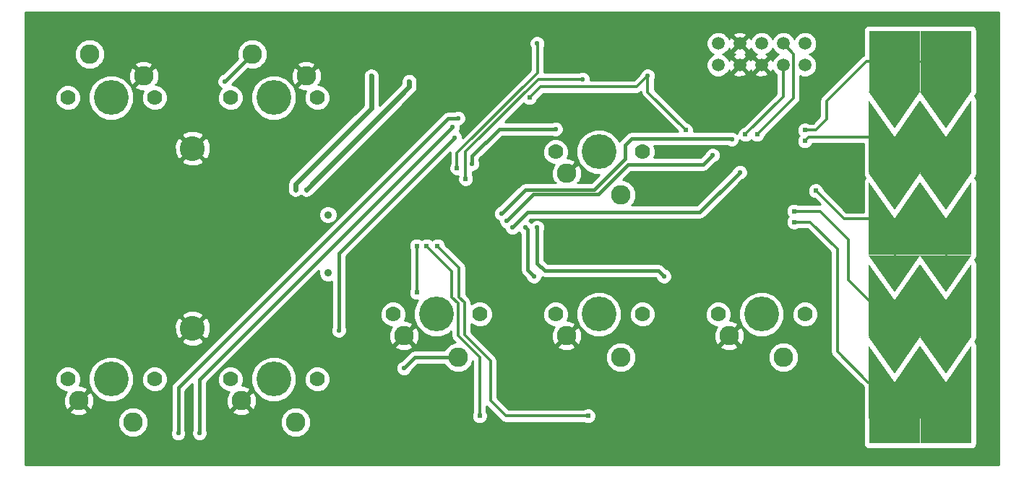
<source format=gbr>
G04 #@! TF.FileFunction,Copper,L2,Bot,Signal*
%FSLAX46Y46*%
G04 Gerber Fmt 4.6, Leading zero omitted, Abs format (unit mm)*
G04 Created by KiCad (PCBNEW 4.0.4-stable) date 02/19/17 16:13:15*
%MOMM*%
%LPD*%
G01*
G04 APERTURE LIST*
%ADD10C,0.100000*%
%ADD11C,2.921000*%
%ADD12C,1.778000*%
%ADD13C,2.286000*%
%ADD14C,4.064000*%
%ADD15C,1.500000*%
%ADD16R,6.000000X7.166666*%
%ADD17R,6.000000X4.300000*%
%ADD18C,0.900000*%
%ADD19C,0.584200*%
%ADD20C,0.609600*%
%ADD21C,0.406400*%
%ADD22C,0.304800*%
%ADD23C,0.609600*%
%ADD24C,0.228600*%
%ADD25C,0.254000*%
G04 APERTURE END LIST*
D10*
D11*
X98425000Y-112153700D03*
X98425000Y-91046300D03*
D12*
X140970000Y-110490000D03*
X151130000Y-110490000D03*
D13*
X142240000Y-113030000D03*
X148590000Y-115570000D03*
D14*
X146050000Y-110490000D03*
D12*
X160020000Y-110490000D03*
X170180000Y-110490000D03*
D13*
X161290000Y-113030000D03*
X167640000Y-115570000D03*
D14*
X165100000Y-110490000D03*
D12*
X121920000Y-110490000D03*
X132080000Y-110490000D03*
D13*
X123190000Y-113030000D03*
X129540000Y-115570000D03*
D14*
X127000000Y-110490000D03*
D15*
X160020000Y-78740000D03*
X160020000Y-81280000D03*
X162560000Y-78740000D03*
X162560000Y-81280000D03*
X165100000Y-78740000D03*
X165100000Y-81280000D03*
X167640000Y-78740000D03*
X167640000Y-81280000D03*
X170180000Y-78740000D03*
X170180000Y-81280000D03*
D16*
X186690000Y-122083333D03*
D10*
G36*
X186690000Y-118500001D02*
X183690000Y-122799999D01*
X183690000Y-114200001D01*
X186690000Y-118499999D01*
X186690000Y-118500001D01*
X186690000Y-118500001D01*
G37*
G36*
X189690000Y-122799999D02*
X186690000Y-118500001D01*
X186690000Y-118499999D01*
X189690000Y-114200001D01*
X189690000Y-122799999D01*
X189690000Y-122799999D01*
G37*
D17*
X186690000Y-111050000D03*
D10*
G36*
X186690000Y-108900001D02*
X183690000Y-113199999D01*
X183690000Y-104600001D01*
X186690000Y-108899999D01*
X186690000Y-108900001D01*
X186690000Y-108900001D01*
G37*
G36*
X189690000Y-113199999D02*
X186690000Y-108900001D01*
X186690000Y-108899999D01*
X189690000Y-104600001D01*
X189690000Y-113199999D01*
X189690000Y-113199999D01*
G37*
G36*
X186690001Y-117500000D02*
X186689999Y-117500000D01*
X183690001Y-113200000D01*
X189689999Y-113200000D01*
X186690001Y-117500000D01*
X186690001Y-117500000D01*
G37*
D17*
X186690000Y-101450000D03*
D10*
G36*
X186690000Y-99300001D02*
X183690000Y-103599999D01*
X183690000Y-95000001D01*
X186690000Y-99299999D01*
X186690000Y-99300001D01*
X186690000Y-99300001D01*
G37*
G36*
X189690000Y-103599999D02*
X186690000Y-99300001D01*
X186690000Y-99299999D01*
X189690000Y-95000001D01*
X189690000Y-103599999D01*
X189690000Y-103599999D01*
G37*
G36*
X186690001Y-107900000D02*
X186689999Y-107900000D01*
X183690001Y-103600000D01*
X189689999Y-103600000D01*
X186690001Y-107900000D01*
X186690001Y-107900000D01*
G37*
D17*
X186690000Y-91850000D03*
D10*
G36*
X186690000Y-89700001D02*
X183690000Y-93999999D01*
X183690000Y-85400001D01*
X186690000Y-89699999D01*
X186690000Y-89700001D01*
X186690000Y-89700001D01*
G37*
G36*
X189690000Y-93999999D02*
X186690000Y-89700001D01*
X186690000Y-89699999D01*
X189690000Y-85400001D01*
X189690000Y-93999999D01*
X189690000Y-93999999D01*
G37*
G36*
X186690001Y-98300000D02*
X186689999Y-98300000D01*
X183690001Y-94000000D01*
X189689999Y-94000000D01*
X186690001Y-98300000D01*
X186690001Y-98300000D01*
G37*
D16*
X186690000Y-80816667D03*
D10*
G36*
X186690001Y-88700000D02*
X186689999Y-88700000D01*
X183690001Y-84400000D01*
X189689999Y-84400000D01*
X186690001Y-88700000D01*
X186690001Y-88700000D01*
G37*
D16*
X180690000Y-122083333D03*
D10*
G36*
X180690000Y-118500001D02*
X177690000Y-122799999D01*
X177690000Y-114200001D01*
X180690000Y-118499999D01*
X180690000Y-118500001D01*
X180690000Y-118500001D01*
G37*
G36*
X183690000Y-122799999D02*
X180690000Y-118500001D01*
X180690000Y-118499999D01*
X183690000Y-114200001D01*
X183690000Y-122799999D01*
X183690000Y-122799999D01*
G37*
D17*
X180690000Y-111050000D03*
D10*
G36*
X180690000Y-108900001D02*
X177690000Y-113199999D01*
X177690000Y-104600001D01*
X180690000Y-108899999D01*
X180690000Y-108900001D01*
X180690000Y-108900001D01*
G37*
G36*
X183690000Y-113199999D02*
X180690000Y-108900001D01*
X180690000Y-108899999D01*
X183690000Y-104600001D01*
X183690000Y-113199999D01*
X183690000Y-113199999D01*
G37*
G36*
X180690001Y-117500000D02*
X180689999Y-117500000D01*
X177690001Y-113200000D01*
X183689999Y-113200000D01*
X180690001Y-117500000D01*
X180690001Y-117500000D01*
G37*
D17*
X180690000Y-101450000D03*
D10*
G36*
X180690000Y-99300001D02*
X177690000Y-103599999D01*
X177690000Y-95000001D01*
X180690000Y-99299999D01*
X180690000Y-99300001D01*
X180690000Y-99300001D01*
G37*
G36*
X183690000Y-103599999D02*
X180690000Y-99300001D01*
X180690000Y-99299999D01*
X183690000Y-95000001D01*
X183690000Y-103599999D01*
X183690000Y-103599999D01*
G37*
G36*
X180690001Y-107900000D02*
X180689999Y-107900000D01*
X177690001Y-103600000D01*
X183689999Y-103600000D01*
X180690001Y-107900000D01*
X180690001Y-107900000D01*
G37*
D17*
X180690000Y-91850000D03*
D10*
G36*
X180690000Y-89700001D02*
X177690000Y-93999999D01*
X177690000Y-85400001D01*
X180690000Y-89699999D01*
X180690000Y-89700001D01*
X180690000Y-89700001D01*
G37*
G36*
X183690000Y-93999999D02*
X180690000Y-89700001D01*
X180690000Y-89699999D01*
X183690000Y-85400001D01*
X183690000Y-93999999D01*
X183690000Y-93999999D01*
G37*
G36*
X180690001Y-98300000D02*
X180689999Y-98300000D01*
X177690001Y-94000000D01*
X183689999Y-94000000D01*
X180690001Y-98300000D01*
X180690001Y-98300000D01*
G37*
D16*
X180690000Y-80816667D03*
D10*
G36*
X180690001Y-88700000D02*
X180689999Y-88700000D01*
X177690001Y-84400000D01*
X183689999Y-84400000D01*
X180690001Y-88700000D01*
X180690001Y-88700000D01*
G37*
D12*
X93980000Y-85090000D03*
X83820000Y-85090000D03*
D13*
X92710000Y-82550000D03*
X86360000Y-80010000D03*
D14*
X88900000Y-85090000D03*
D12*
X83820000Y-118110000D03*
X93980000Y-118110000D03*
D13*
X85090000Y-120650000D03*
X91440000Y-123190000D03*
D14*
X88900000Y-118110000D03*
D12*
X102870000Y-118110000D03*
X113030000Y-118110000D03*
D13*
X104140000Y-120650000D03*
X110490000Y-123190000D03*
D14*
X107950000Y-118110000D03*
D12*
X140970000Y-91440000D03*
X151130000Y-91440000D03*
D13*
X142240000Y-93980000D03*
X148590000Y-96520000D03*
D14*
X146050000Y-91440000D03*
D12*
X113030000Y-85090000D03*
X102870000Y-85090000D03*
D13*
X111760000Y-82550000D03*
X105410000Y-80010000D03*
D14*
X107950000Y-85090000D03*
D18*
X114300000Y-105635000D03*
X114300000Y-98835000D03*
D19*
X117856000Y-81280000D03*
X132461000Y-98171000D03*
D20*
X166243000Y-90170000D03*
D19*
X138811000Y-100342700D03*
X153670000Y-106045000D03*
X131191000Y-92837000D03*
X140970000Y-88773000D03*
X137414000Y-100330000D03*
X138430000Y-106045000D03*
X129159000Y-89789000D03*
X115570000Y-112395000D03*
X128905000Y-88519000D03*
X99234000Y-124460000D03*
X129540000Y-87503000D03*
X96754000Y-124460000D03*
X138811000Y-78740000D03*
D20*
X129413000Y-93345000D03*
D19*
X144145000Y-82931000D03*
D20*
X130429000Y-94615000D03*
D19*
X151765000Y-82550000D03*
D20*
X156210000Y-88900000D03*
X137922000Y-85090000D03*
D19*
X119380000Y-82550000D03*
X110490000Y-95885000D03*
X123825000Y-83185000D03*
X111760000Y-95885000D03*
D20*
X164592000Y-89399800D03*
X124714000Y-107950000D03*
X124714000Y-102489000D03*
X132080000Y-122428000D03*
X125857000Y-102489000D03*
X144780000Y-122428000D03*
X127127000Y-102489000D03*
X168910000Y-99695000D03*
X168910000Y-98425000D03*
X171450000Y-96012000D03*
X170180000Y-90170000D03*
X170180000Y-88900000D03*
X163213410Y-89419046D03*
D19*
X159385000Y-91834538D03*
X135255000Y-99568000D03*
X161607500Y-89979500D03*
X134620000Y-98679000D03*
X162560000Y-93853000D03*
X135890000Y-100330000D03*
X123190000Y-116840000D03*
X102235000Y-83185000D03*
D21*
X138811000Y-104521000D02*
X138811000Y-100342700D01*
X139700000Y-105410000D02*
X138811000Y-104521000D01*
X153035000Y-105410000D02*
X139700000Y-105410000D01*
X153670000Y-106045000D02*
X153035000Y-105410000D01*
X131191000Y-91948000D02*
X131191000Y-92837000D01*
X134366000Y-88773000D02*
X131191000Y-91948000D01*
X140970000Y-88773000D02*
X134366000Y-88773000D01*
X137668000Y-105283000D02*
X137668000Y-100584000D01*
X137668000Y-100584000D02*
X137414000Y-100330000D01*
X138430000Y-106045000D02*
X137668000Y-105283000D01*
X115570000Y-103378000D02*
X129159000Y-89789000D01*
X115570000Y-106299000D02*
X115570000Y-103378000D01*
X115570000Y-112395000D02*
X115570000Y-106299000D01*
X99234000Y-124460000D02*
X99234000Y-118190000D01*
X99234000Y-118190000D02*
X128905000Y-88519000D01*
X96754000Y-124460000D02*
X96754000Y-122428000D01*
X96754000Y-122428000D02*
X96754000Y-121988710D01*
X129540000Y-87503000D02*
X128397000Y-87503000D01*
X128397000Y-87503000D02*
X96754000Y-119146000D01*
X96754000Y-119146000D02*
X96754000Y-122428000D01*
D22*
X138840420Y-79599580D02*
X138840420Y-78769420D01*
X138840420Y-78769420D02*
X138811000Y-78740000D01*
X138840420Y-82181700D02*
X138840420Y-79599580D01*
X129413000Y-93345000D02*
X129413000Y-91609120D01*
X129413000Y-91609120D02*
X138840420Y-82181700D01*
X130429000Y-94615000D02*
X130429000Y-91455238D01*
X130429000Y-91455238D02*
X138953238Y-82931000D01*
X138953238Y-82931000D02*
X144145000Y-82931000D01*
X151765000Y-84455000D02*
X151765000Y-82550000D01*
X139192000Y-83820000D02*
X150495000Y-83820000D01*
X150495000Y-83820000D02*
X151765000Y-82550000D01*
X156210000Y-88900000D02*
X151765000Y-84455000D01*
X139192000Y-83820000D02*
X137922000Y-85090000D01*
D23*
X119380000Y-86360000D02*
X119380000Y-82550000D01*
X110490000Y-95250000D02*
X119380000Y-86360000D01*
X110490000Y-95885000D02*
X110490000Y-95250000D01*
X111760000Y-95885000D02*
X123825000Y-83820000D01*
X123825000Y-83820000D02*
X123825000Y-83185000D01*
D22*
X167640000Y-78740000D02*
X168847201Y-79947201D01*
X168847201Y-79947201D02*
X168847201Y-85144599D01*
X168847201Y-85144599D02*
X164592000Y-89399800D01*
X124714000Y-102489000D02*
X124714000Y-107950000D01*
X132080000Y-118110000D02*
X132080000Y-122428000D01*
X132080000Y-115570000D02*
X132080000Y-118110000D01*
X129540000Y-113030000D02*
X132080000Y-115570000D01*
X129540000Y-109220000D02*
X129540000Y-113030000D01*
X128822511Y-108206621D02*
X128822511Y-108502511D01*
X128822511Y-108502511D02*
X129540000Y-109220000D01*
X125857000Y-102489000D02*
X128822511Y-105454511D01*
X128822511Y-105454511D02*
X128822511Y-108206621D01*
X134620000Y-121920000D02*
X135128000Y-122428000D01*
X135128000Y-122428000D02*
X144780000Y-122428000D01*
X133350000Y-120650000D02*
X134620000Y-121920000D01*
X133350000Y-115977882D02*
X133350000Y-120650000D01*
X130302000Y-112522000D02*
X130302000Y-112929882D01*
X130302000Y-112929882D02*
X133350000Y-115977882D01*
X130302000Y-109119882D02*
X130302000Y-112522000D01*
X129683499Y-107898676D02*
X129683499Y-108501381D01*
X129683499Y-108501381D02*
X130302000Y-109119882D01*
X129683499Y-105045499D02*
X129683499Y-107898676D01*
X127127000Y-102489000D02*
X129683499Y-105045499D01*
D24*
X180690000Y-122083333D02*
X186690000Y-122083333D01*
D22*
X170815000Y-99695000D02*
X168910000Y-99695000D01*
X173990000Y-102870000D02*
X170815000Y-99695000D01*
X173990000Y-114900000D02*
X173990000Y-102870000D01*
X179190000Y-118500000D02*
X177590000Y-118500000D01*
X177590000Y-118500000D02*
X173990000Y-114900000D01*
D24*
X180690000Y-111050000D02*
X180690000Y-115350000D01*
X180690000Y-111050000D02*
X186690000Y-111050000D01*
X186690000Y-111050000D02*
X186690000Y-115350000D01*
D22*
X175260000Y-101727000D02*
X171958000Y-98425000D01*
X171958000Y-98425000D02*
X168910000Y-98425000D01*
X175260000Y-106470000D02*
X175260000Y-101727000D01*
X180690000Y-111050000D02*
X179840000Y-111050000D01*
X179840000Y-111050000D02*
X175260000Y-106470000D01*
D24*
X180690000Y-101450000D02*
X180690000Y-100800000D01*
X180690000Y-100800000D02*
X179190000Y-99300000D01*
X179190000Y-99300000D02*
X180690000Y-101450000D01*
X180690000Y-101450000D02*
X180690000Y-105750000D01*
X180690000Y-101450000D02*
X186690000Y-101450000D01*
X186690000Y-101450000D02*
X186690000Y-105750000D01*
D22*
X179190000Y-99300000D02*
X174738000Y-99300000D01*
X174738000Y-99300000D02*
X171450000Y-96012000D01*
D24*
X180690000Y-91850000D02*
X180690000Y-96150000D01*
X180690000Y-91850000D02*
X186690000Y-91850000D01*
X186690000Y-91850000D02*
X186690000Y-96150000D01*
D22*
X179190000Y-89700000D02*
X170650000Y-89700000D01*
X170650000Y-89700000D02*
X170180000Y-90170000D01*
D24*
X180690000Y-80816667D02*
X180690000Y-86550000D01*
X180690000Y-80816667D02*
X186690000Y-80816667D01*
X186690000Y-80816667D02*
X186690000Y-86550000D01*
D22*
X171450000Y-88900000D02*
X170180000Y-88900000D01*
X172720000Y-87630000D02*
X171450000Y-88900000D01*
X172720000Y-85481867D02*
X172720000Y-87630000D01*
X180690000Y-80816667D02*
X177385200Y-80816667D01*
X177385200Y-80816667D02*
X172720000Y-85481867D01*
X167640000Y-81280000D02*
X167640000Y-84992456D01*
X167640000Y-84992456D02*
X163213410Y-89419046D01*
D21*
X135255000Y-99568000D02*
X138379190Y-96443810D01*
X138379190Y-96443810D02*
X145999190Y-96443810D01*
X145999190Y-96443810D02*
X149479000Y-92964000D01*
X149479000Y-92964000D02*
X158255538Y-92964000D01*
X158255538Y-92964000D02*
X159385000Y-91834538D01*
X134620000Y-98679000D02*
X137414000Y-95885000D01*
X137414000Y-95885000D02*
X145519650Y-95885000D01*
X145519650Y-95885000D02*
X149098000Y-92306650D01*
X149098000Y-92306650D02*
X149098000Y-90678000D01*
X149098000Y-90678000D02*
X149860000Y-89916000D01*
X149860000Y-89916000D02*
X161544000Y-89916000D01*
X161544000Y-89916000D02*
X161607500Y-89979500D01*
X145923000Y-98552000D02*
X157861000Y-98552000D01*
X157861000Y-98552000D02*
X162560000Y-93853000D01*
X137668000Y-98552000D02*
X145923000Y-98552000D01*
X135890000Y-100330000D02*
X137668000Y-98552000D01*
X123190000Y-116840000D02*
X124460000Y-115570000D01*
X124460000Y-115570000D02*
X129540000Y-115570000D01*
X105410000Y-80010000D02*
X102235000Y-83185000D01*
D25*
G36*
X192913000Y-128143000D02*
X78867000Y-128143000D01*
X78867000Y-123542114D01*
X89661692Y-123542114D01*
X89931806Y-124195840D01*
X90431529Y-124696436D01*
X91084782Y-124967691D01*
X91792114Y-124968308D01*
X92445840Y-124698194D01*
X92500526Y-124643603D01*
X95826739Y-124643603D01*
X95967585Y-124984474D01*
X96228154Y-125245499D01*
X96568779Y-125386939D01*
X96937603Y-125387261D01*
X97278474Y-125246415D01*
X97539499Y-124985846D01*
X97680939Y-124645221D01*
X97681261Y-124276397D01*
X97592200Y-124060854D01*
X97592200Y-119493194D01*
X98395800Y-118689594D01*
X98395800Y-124061072D01*
X98307061Y-124274779D01*
X98306739Y-124643603D01*
X98447585Y-124984474D01*
X98708154Y-125245499D01*
X99048779Y-125386939D01*
X99417603Y-125387261D01*
X99758474Y-125246415D01*
X100019499Y-124985846D01*
X100160939Y-124645221D01*
X100161261Y-124276397D01*
X100072200Y-124060854D01*
X100072200Y-123542114D01*
X108711692Y-123542114D01*
X108981806Y-124195840D01*
X109481529Y-124696436D01*
X110134782Y-124967691D01*
X110842114Y-124968308D01*
X111495840Y-124698194D01*
X111996436Y-124198471D01*
X112267691Y-123545218D01*
X112268308Y-122837886D01*
X111998194Y-122184160D01*
X111498471Y-121683564D01*
X110845218Y-121412309D01*
X110137886Y-121411692D01*
X109484160Y-121681806D01*
X108983564Y-122181529D01*
X108712309Y-122834782D01*
X108711692Y-123542114D01*
X100072200Y-123542114D01*
X100072200Y-121905963D01*
X103063642Y-121905963D01*
X103179806Y-122187658D01*
X103841333Y-122438062D01*
X104548329Y-122416249D01*
X105100194Y-122187658D01*
X105216358Y-121905963D01*
X104140000Y-120829605D01*
X103063642Y-121905963D01*
X100072200Y-121905963D01*
X100072200Y-118537194D01*
X100197582Y-118411812D01*
X101345736Y-118411812D01*
X101577262Y-118972149D01*
X102005596Y-119401231D01*
X102565528Y-119633735D01*
X102737948Y-119633885D01*
X102602342Y-119689806D01*
X102351938Y-120351333D01*
X102373751Y-121058329D01*
X102602342Y-121610194D01*
X102884037Y-121726358D01*
X103960395Y-120650000D01*
X104319605Y-120650000D01*
X105395963Y-121726358D01*
X105677658Y-121610194D01*
X105928062Y-120948667D01*
X105906249Y-120241671D01*
X105677658Y-119689806D01*
X105395963Y-119573642D01*
X104319605Y-120650000D01*
X103960395Y-120650000D01*
X103946253Y-120635858D01*
X104125858Y-120456253D01*
X104140000Y-120470395D01*
X105216358Y-119394037D01*
X105100194Y-119112342D01*
X104438667Y-118861938D01*
X104204937Y-118869149D01*
X104300846Y-118638172D01*
X105282538Y-118638172D01*
X105687709Y-119618761D01*
X106437293Y-120369655D01*
X107417173Y-120776536D01*
X108478172Y-120777462D01*
X109458761Y-120372291D01*
X110209655Y-119622707D01*
X110616536Y-118642827D01*
X110616737Y-118411812D01*
X111505736Y-118411812D01*
X111737262Y-118972149D01*
X112165596Y-119401231D01*
X112725528Y-119633735D01*
X113331812Y-119634264D01*
X113892149Y-119402738D01*
X114321231Y-118974404D01*
X114553735Y-118414472D01*
X114554264Y-117808188D01*
X114322738Y-117247851D01*
X114098881Y-117023603D01*
X122262739Y-117023603D01*
X122403585Y-117364474D01*
X122664154Y-117625499D01*
X123004779Y-117766939D01*
X123373603Y-117767261D01*
X123714474Y-117626415D01*
X123975499Y-117365846D01*
X124064936Y-117150458D01*
X124807194Y-116408200D01*
X127962539Y-116408200D01*
X128031806Y-116575840D01*
X128531529Y-117076436D01*
X129184782Y-117347691D01*
X129892114Y-117348308D01*
X130545840Y-117078194D01*
X131046436Y-116578471D01*
X131292600Y-115985644D01*
X131292600Y-121886107D01*
X131283741Y-121894951D01*
X131140363Y-122240242D01*
X131140037Y-122614118D01*
X131282812Y-122959659D01*
X131546951Y-123224259D01*
X131892242Y-123367637D01*
X132266118Y-123367963D01*
X132611659Y-123225188D01*
X132876259Y-122961049D01*
X133019637Y-122615758D01*
X133019963Y-122241882D01*
X132877188Y-121896341D01*
X132867400Y-121886536D01*
X132867400Y-121280952D01*
X134571224Y-122984776D01*
X134826675Y-123155463D01*
X135128000Y-123215400D01*
X144238107Y-123215400D01*
X144246951Y-123224259D01*
X144592242Y-123367637D01*
X144966118Y-123367963D01*
X145311659Y-123225188D01*
X145576259Y-122961049D01*
X145719637Y-122615758D01*
X145719963Y-122241882D01*
X145577188Y-121896341D01*
X145313049Y-121631741D01*
X144967758Y-121488363D01*
X144593882Y-121488037D01*
X144248341Y-121630812D01*
X144238536Y-121640600D01*
X135454152Y-121640600D01*
X134137400Y-120323848D01*
X134137400Y-115977882D01*
X134126308Y-115922114D01*
X146811692Y-115922114D01*
X147081806Y-116575840D01*
X147581529Y-117076436D01*
X148234782Y-117347691D01*
X148942114Y-117348308D01*
X149595840Y-117078194D01*
X150096436Y-116578471D01*
X150367691Y-115925218D01*
X150367693Y-115922114D01*
X165861692Y-115922114D01*
X166131806Y-116575840D01*
X166631529Y-117076436D01*
X167284782Y-117347691D01*
X167992114Y-117348308D01*
X168645840Y-117078194D01*
X169146436Y-116578471D01*
X169417691Y-115925218D01*
X169418308Y-115217886D01*
X169148194Y-114564160D01*
X168648471Y-114063564D01*
X167995218Y-113792309D01*
X167287886Y-113791692D01*
X166634160Y-114061806D01*
X166133564Y-114561529D01*
X165862309Y-115214782D01*
X165861692Y-115922114D01*
X150367693Y-115922114D01*
X150368308Y-115217886D01*
X150098194Y-114564160D01*
X149820483Y-114285963D01*
X160213642Y-114285963D01*
X160329806Y-114567658D01*
X160991333Y-114818062D01*
X161698329Y-114796249D01*
X162250194Y-114567658D01*
X162366358Y-114285963D01*
X161290000Y-113209605D01*
X160213642Y-114285963D01*
X149820483Y-114285963D01*
X149598471Y-114063564D01*
X148945218Y-113792309D01*
X148237886Y-113791692D01*
X147584160Y-114061806D01*
X147083564Y-114561529D01*
X146812309Y-115214782D01*
X146811692Y-115922114D01*
X134126308Y-115922114D01*
X134077463Y-115676557D01*
X133906776Y-115421106D01*
X132771633Y-114285963D01*
X141163642Y-114285963D01*
X141279806Y-114567658D01*
X141941333Y-114818062D01*
X142648329Y-114796249D01*
X143200194Y-114567658D01*
X143316358Y-114285963D01*
X142240000Y-113209605D01*
X141163642Y-114285963D01*
X132771633Y-114285963D01*
X131089400Y-112603730D01*
X131089400Y-111654815D01*
X131215596Y-111781231D01*
X131775528Y-112013735D01*
X132381812Y-112014264D01*
X132942149Y-111782738D01*
X133371231Y-111354404D01*
X133603735Y-110794472D01*
X133603737Y-110791812D01*
X139445736Y-110791812D01*
X139677262Y-111352149D01*
X140105596Y-111781231D01*
X140665528Y-112013735D01*
X140837948Y-112013885D01*
X140702342Y-112069806D01*
X140451938Y-112731333D01*
X140473751Y-113438329D01*
X140702342Y-113990194D01*
X140984037Y-114106358D01*
X142060395Y-113030000D01*
X142419605Y-113030000D01*
X143495963Y-114106358D01*
X143777658Y-113990194D01*
X144028062Y-113328667D01*
X144006249Y-112621671D01*
X143777658Y-112069806D01*
X143495963Y-111953642D01*
X142419605Y-113030000D01*
X142060395Y-113030000D01*
X142046253Y-113015858D01*
X142225858Y-112836253D01*
X142240000Y-112850395D01*
X143316358Y-111774037D01*
X143200194Y-111492342D01*
X142538667Y-111241938D01*
X142304937Y-111249149D01*
X142400846Y-111018172D01*
X143382538Y-111018172D01*
X143787709Y-111998761D01*
X144537293Y-112749655D01*
X145517173Y-113156536D01*
X146578172Y-113157462D01*
X147558761Y-112752291D01*
X148309655Y-112002707D01*
X148716536Y-111022827D01*
X148716737Y-110791812D01*
X149605736Y-110791812D01*
X149837262Y-111352149D01*
X150265596Y-111781231D01*
X150825528Y-112013735D01*
X151431812Y-112014264D01*
X151992149Y-111782738D01*
X152421231Y-111354404D01*
X152653735Y-110794472D01*
X152653737Y-110791812D01*
X158495736Y-110791812D01*
X158727262Y-111352149D01*
X159155596Y-111781231D01*
X159715528Y-112013735D01*
X159887948Y-112013885D01*
X159752342Y-112069806D01*
X159501938Y-112731333D01*
X159523751Y-113438329D01*
X159752342Y-113990194D01*
X160034037Y-114106358D01*
X161110395Y-113030000D01*
X161469605Y-113030000D01*
X162545963Y-114106358D01*
X162827658Y-113990194D01*
X163078062Y-113328667D01*
X163056249Y-112621671D01*
X162827658Y-112069806D01*
X162545963Y-111953642D01*
X161469605Y-113030000D01*
X161110395Y-113030000D01*
X161096253Y-113015858D01*
X161275858Y-112836253D01*
X161290000Y-112850395D01*
X162366358Y-111774037D01*
X162250194Y-111492342D01*
X161588667Y-111241938D01*
X161354937Y-111249149D01*
X161450846Y-111018172D01*
X162432538Y-111018172D01*
X162837709Y-111998761D01*
X163587293Y-112749655D01*
X164567173Y-113156536D01*
X165628172Y-113157462D01*
X166608761Y-112752291D01*
X167359655Y-112002707D01*
X167766536Y-111022827D01*
X167766737Y-110791812D01*
X168655736Y-110791812D01*
X168887262Y-111352149D01*
X169315596Y-111781231D01*
X169875528Y-112013735D01*
X170481812Y-112014264D01*
X171042149Y-111782738D01*
X171471231Y-111354404D01*
X171703735Y-110794472D01*
X171704264Y-110188188D01*
X171472738Y-109627851D01*
X171044404Y-109198769D01*
X170484472Y-108966265D01*
X169878188Y-108965736D01*
X169317851Y-109197262D01*
X168888769Y-109625596D01*
X168656265Y-110185528D01*
X168655736Y-110791812D01*
X167766737Y-110791812D01*
X167767462Y-109961828D01*
X167362291Y-108981239D01*
X166612707Y-108230345D01*
X165632827Y-107823464D01*
X164571828Y-107822538D01*
X163591239Y-108227709D01*
X162840345Y-108977293D01*
X162433464Y-109957173D01*
X162432538Y-111018172D01*
X161450846Y-111018172D01*
X161543735Y-110794472D01*
X161544264Y-110188188D01*
X161312738Y-109627851D01*
X160884404Y-109198769D01*
X160324472Y-108966265D01*
X159718188Y-108965736D01*
X159157851Y-109197262D01*
X158728769Y-109625596D01*
X158496265Y-110185528D01*
X158495736Y-110791812D01*
X152653737Y-110791812D01*
X152654264Y-110188188D01*
X152422738Y-109627851D01*
X151994404Y-109198769D01*
X151434472Y-108966265D01*
X150828188Y-108965736D01*
X150267851Y-109197262D01*
X149838769Y-109625596D01*
X149606265Y-110185528D01*
X149605736Y-110791812D01*
X148716737Y-110791812D01*
X148717462Y-109961828D01*
X148312291Y-108981239D01*
X147562707Y-108230345D01*
X146582827Y-107823464D01*
X145521828Y-107822538D01*
X144541239Y-108227709D01*
X143790345Y-108977293D01*
X143383464Y-109957173D01*
X143382538Y-111018172D01*
X142400846Y-111018172D01*
X142493735Y-110794472D01*
X142494264Y-110188188D01*
X142262738Y-109627851D01*
X141834404Y-109198769D01*
X141274472Y-108966265D01*
X140668188Y-108965736D01*
X140107851Y-109197262D01*
X139678769Y-109625596D01*
X139446265Y-110185528D01*
X139445736Y-110791812D01*
X133603737Y-110791812D01*
X133604264Y-110188188D01*
X133372738Y-109627851D01*
X132944404Y-109198769D01*
X132384472Y-108966265D01*
X131778188Y-108965736D01*
X131217851Y-109197262D01*
X131089400Y-109325489D01*
X131089400Y-109119887D01*
X131089401Y-109119882D01*
X131029463Y-108818557D01*
X130858776Y-108563106D01*
X130470899Y-108175229D01*
X130470899Y-105045499D01*
X130410962Y-104744174D01*
X130240275Y-104488723D01*
X128066952Y-102315400D01*
X128066963Y-102302882D01*
X127924188Y-101957341D01*
X127660049Y-101692741D01*
X127314758Y-101549363D01*
X126940882Y-101549037D01*
X126595341Y-101691812D01*
X126492052Y-101794922D01*
X126390049Y-101692741D01*
X126044758Y-101549363D01*
X125670882Y-101549037D01*
X125325341Y-101691812D01*
X125285662Y-101731422D01*
X125247049Y-101692741D01*
X124901758Y-101549363D01*
X124527882Y-101549037D01*
X124182341Y-101691812D01*
X123917741Y-101955951D01*
X123774363Y-102301242D01*
X123774037Y-102675118D01*
X123916812Y-103020659D01*
X123926600Y-103030464D01*
X123926600Y-107408107D01*
X123917741Y-107416951D01*
X123774363Y-107762242D01*
X123774037Y-108136118D01*
X123916812Y-108481659D01*
X124180951Y-108746259D01*
X124526242Y-108889637D01*
X124827891Y-108889900D01*
X124740345Y-108977293D01*
X124333464Y-109957173D01*
X124332538Y-111018172D01*
X124737709Y-111998761D01*
X125487293Y-112749655D01*
X126467173Y-113156536D01*
X127528172Y-113157462D01*
X128508761Y-112752291D01*
X128752600Y-112508877D01*
X128752600Y-113030000D01*
X128812537Y-113331325D01*
X128983224Y-113586776D01*
X129188140Y-113791692D01*
X128534160Y-114061806D01*
X128033564Y-114561529D01*
X127962861Y-114731800D01*
X124460000Y-114731800D01*
X124139234Y-114795604D01*
X123867303Y-114977303D01*
X122879387Y-115965219D01*
X122665526Y-116053585D01*
X122404501Y-116314154D01*
X122263061Y-116654779D01*
X122262739Y-117023603D01*
X114098881Y-117023603D01*
X113894404Y-116818769D01*
X113334472Y-116586265D01*
X112728188Y-116585736D01*
X112167851Y-116817262D01*
X111738769Y-117245596D01*
X111506265Y-117805528D01*
X111505736Y-118411812D01*
X110616737Y-118411812D01*
X110617462Y-117581828D01*
X110212291Y-116601239D01*
X109462707Y-115850345D01*
X108482827Y-115443464D01*
X107421828Y-115442538D01*
X106441239Y-115847709D01*
X105690345Y-116597293D01*
X105283464Y-117577173D01*
X105282538Y-118638172D01*
X104300846Y-118638172D01*
X104393735Y-118414472D01*
X104394264Y-117808188D01*
X104162738Y-117247851D01*
X103734404Y-116818769D01*
X103174472Y-116586265D01*
X102568188Y-116585736D01*
X102007851Y-116817262D01*
X101578769Y-117245596D01*
X101346265Y-117805528D01*
X101345736Y-118411812D01*
X100197582Y-118411812D01*
X104323431Y-114285963D01*
X122113642Y-114285963D01*
X122229806Y-114567658D01*
X122891333Y-114818062D01*
X123598329Y-114796249D01*
X124150194Y-114567658D01*
X124266358Y-114285963D01*
X123190000Y-113209605D01*
X122113642Y-114285963D01*
X104323431Y-114285963D01*
X113232251Y-105377143D01*
X113215189Y-105418233D01*
X113214812Y-105849873D01*
X113379646Y-106248800D01*
X113684595Y-106554282D01*
X114083233Y-106719811D01*
X114514873Y-106720188D01*
X114731800Y-106630555D01*
X114731800Y-111996072D01*
X114643061Y-112209779D01*
X114642739Y-112578603D01*
X114783585Y-112919474D01*
X115044154Y-113180499D01*
X115384779Y-113321939D01*
X115753603Y-113322261D01*
X116094474Y-113181415D01*
X116355499Y-112920846D01*
X116496939Y-112580221D01*
X116497261Y-112211397D01*
X116408200Y-111995854D01*
X116408200Y-110791812D01*
X120395736Y-110791812D01*
X120627262Y-111352149D01*
X121055596Y-111781231D01*
X121615528Y-112013735D01*
X121787948Y-112013885D01*
X121652342Y-112069806D01*
X121401938Y-112731333D01*
X121423751Y-113438329D01*
X121652342Y-113990194D01*
X121934037Y-114106358D01*
X123010395Y-113030000D01*
X123369605Y-113030000D01*
X124445963Y-114106358D01*
X124727658Y-113990194D01*
X124978062Y-113328667D01*
X124956249Y-112621671D01*
X124727658Y-112069806D01*
X124445963Y-111953642D01*
X123369605Y-113030000D01*
X123010395Y-113030000D01*
X122996253Y-113015858D01*
X123175858Y-112836253D01*
X123190000Y-112850395D01*
X124266358Y-111774037D01*
X124150194Y-111492342D01*
X123488667Y-111241938D01*
X123254937Y-111249149D01*
X123443735Y-110794472D01*
X123444264Y-110188188D01*
X123212738Y-109627851D01*
X122784404Y-109198769D01*
X122224472Y-108966265D01*
X121618188Y-108965736D01*
X121057851Y-109197262D01*
X120628769Y-109625596D01*
X120396265Y-110185528D01*
X120395736Y-110791812D01*
X116408200Y-110791812D01*
X116408200Y-103725194D01*
X128650759Y-91482635D01*
X128625600Y-91609120D01*
X128625600Y-92803107D01*
X128616741Y-92811951D01*
X128473363Y-93157242D01*
X128473037Y-93531118D01*
X128615812Y-93876659D01*
X128879951Y-94141259D01*
X129225242Y-94284637D01*
X129548461Y-94284919D01*
X129489363Y-94427242D01*
X129489037Y-94801118D01*
X129631812Y-95146659D01*
X129895951Y-95411259D01*
X130241242Y-95554637D01*
X130615118Y-95554963D01*
X130960659Y-95412188D01*
X131225259Y-95148049D01*
X131368637Y-94802758D01*
X131368963Y-94428882D01*
X131226188Y-94083341D01*
X131216400Y-94073536D01*
X131216400Y-93764123D01*
X131374603Y-93764261D01*
X131715474Y-93623415D01*
X131976499Y-93362846D01*
X132117939Y-93022221D01*
X132118261Y-92653397D01*
X132029200Y-92437854D01*
X132029200Y-92295194D01*
X134713194Y-89611200D01*
X140571072Y-89611200D01*
X140784779Y-89699939D01*
X141153603Y-89700261D01*
X141494474Y-89559415D01*
X141755499Y-89298846D01*
X141896939Y-88958221D01*
X141897261Y-88589397D01*
X141756415Y-88248526D01*
X141495846Y-87987501D01*
X141155221Y-87846061D01*
X140786397Y-87845739D01*
X140570854Y-87934800D01*
X135062990Y-87934800D01*
X137250362Y-85747428D01*
X137388951Y-85886259D01*
X137734242Y-86029637D01*
X138108118Y-86029963D01*
X138453659Y-85887188D01*
X138718259Y-85623049D01*
X138861637Y-85277758D01*
X138861649Y-85263903D01*
X139518152Y-84607400D01*
X150495000Y-84607400D01*
X150796325Y-84547463D01*
X150977600Y-84426339D01*
X150977600Y-84455000D01*
X151037537Y-84756325D01*
X151208224Y-85011776D01*
X155270048Y-89073600D01*
X155270044Y-89077800D01*
X149860000Y-89077800D01*
X149539235Y-89141604D01*
X149267303Y-89323303D01*
X148505303Y-90085303D01*
X148425375Y-90204923D01*
X148312291Y-89931239D01*
X147562707Y-89180345D01*
X146582827Y-88773464D01*
X145521828Y-88772538D01*
X144541239Y-89177709D01*
X143790345Y-89927293D01*
X143383464Y-90907173D01*
X143382538Y-91968172D01*
X143787709Y-92948761D01*
X144537293Y-93699655D01*
X145517173Y-94106536D01*
X146112201Y-94107055D01*
X145172456Y-95046800D01*
X143519141Y-95046800D01*
X143777658Y-94940194D01*
X144028062Y-94278667D01*
X144006249Y-93571671D01*
X143777658Y-93019806D01*
X143495963Y-92903642D01*
X142419605Y-93980000D01*
X142433748Y-93994143D01*
X142254143Y-94173748D01*
X142240000Y-94159605D01*
X142225858Y-94173748D01*
X142046253Y-93994143D01*
X142060395Y-93980000D01*
X142046253Y-93965858D01*
X142225858Y-93786253D01*
X142240000Y-93800395D01*
X143316358Y-92724037D01*
X143200194Y-92442342D01*
X142538667Y-92191938D01*
X142304937Y-92199149D01*
X142493735Y-91744472D01*
X142494264Y-91138188D01*
X142262738Y-90577851D01*
X141834404Y-90148769D01*
X141274472Y-89916265D01*
X140668188Y-89915736D01*
X140107851Y-90147262D01*
X139678769Y-90575596D01*
X139446265Y-91135528D01*
X139445736Y-91741812D01*
X139677262Y-92302149D01*
X140105596Y-92731231D01*
X140665528Y-92963735D01*
X140837948Y-92963885D01*
X140702342Y-93019806D01*
X140451938Y-93681333D01*
X140473751Y-94388329D01*
X140702342Y-94940194D01*
X140960859Y-95046800D01*
X137414000Y-95046800D01*
X137093235Y-95110604D01*
X136821303Y-95292303D01*
X134309387Y-97804219D01*
X134095526Y-97892585D01*
X133834501Y-98153154D01*
X133693061Y-98493779D01*
X133692739Y-98862603D01*
X133833585Y-99203474D01*
X134094154Y-99464499D01*
X134327905Y-99561561D01*
X134327739Y-99751603D01*
X134468585Y-100092474D01*
X134729154Y-100353499D01*
X134962794Y-100450515D01*
X134962739Y-100513603D01*
X135103585Y-100854474D01*
X135364154Y-101115499D01*
X135704779Y-101256939D01*
X136073603Y-101257261D01*
X136414474Y-101116415D01*
X136652186Y-100879118D01*
X136829800Y-101057043D01*
X136829800Y-105283000D01*
X136893604Y-105603766D01*
X137075303Y-105875697D01*
X137555219Y-106355613D01*
X137643585Y-106569474D01*
X137904154Y-106830499D01*
X138244779Y-106971939D01*
X138613603Y-106972261D01*
X138954474Y-106831415D01*
X139215499Y-106570846D01*
X139356939Y-106230221D01*
X139356992Y-106169534D01*
X139379235Y-106184396D01*
X139700000Y-106248200D01*
X152687806Y-106248200D01*
X152795219Y-106355613D01*
X152883585Y-106569474D01*
X153144154Y-106830499D01*
X153484779Y-106971939D01*
X153853603Y-106972261D01*
X154194474Y-106831415D01*
X154455499Y-106570846D01*
X154596939Y-106230221D01*
X154597261Y-105861397D01*
X154456415Y-105520526D01*
X154195846Y-105259501D01*
X153980458Y-105170064D01*
X153627697Y-104817303D01*
X153355766Y-104635604D01*
X153035000Y-104571800D01*
X140047194Y-104571800D01*
X139649200Y-104173806D01*
X139649200Y-100741628D01*
X139737939Y-100527921D01*
X139738261Y-100159097D01*
X139597415Y-99818226D01*
X139336846Y-99557201D01*
X138996221Y-99415761D01*
X138627397Y-99415439D01*
X138286526Y-99556285D01*
X138118775Y-99723743D01*
X137939846Y-99544501D01*
X137884058Y-99521336D01*
X138015194Y-99390200D01*
X157861000Y-99390200D01*
X158181766Y-99326396D01*
X158453697Y-99144697D01*
X158987276Y-98611118D01*
X167970037Y-98611118D01*
X168112812Y-98956659D01*
X168215922Y-99059948D01*
X168113741Y-99161951D01*
X167970363Y-99507242D01*
X167970037Y-99881118D01*
X168112812Y-100226659D01*
X168376951Y-100491259D01*
X168722242Y-100634637D01*
X169096118Y-100634963D01*
X169441659Y-100492188D01*
X169451464Y-100482400D01*
X170488848Y-100482400D01*
X173202600Y-103196152D01*
X173202600Y-114900000D01*
X173262537Y-115201325D01*
X173433224Y-115456776D01*
X177033224Y-119056776D01*
X177042560Y-119063014D01*
X177042560Y-125666666D01*
X177086838Y-125901983D01*
X177225910Y-126118107D01*
X177438110Y-126263097D01*
X177690000Y-126314106D01*
X189690000Y-126314106D01*
X189925317Y-126269828D01*
X190141441Y-126130756D01*
X190286431Y-125918556D01*
X190337440Y-125666666D01*
X190337440Y-114200001D01*
X190247172Y-113870246D01*
X190114435Y-113723171D01*
X190220982Y-113570453D01*
X190235486Y-113526451D01*
X190286431Y-113451890D01*
X190328442Y-113244433D01*
X190337192Y-113217887D01*
X190335633Y-113208923D01*
X190337440Y-113200000D01*
X190337440Y-104600001D01*
X190247172Y-104270246D01*
X190114435Y-104123171D01*
X190220982Y-103970453D01*
X190235486Y-103926451D01*
X190286431Y-103851890D01*
X190328442Y-103644433D01*
X190337192Y-103617887D01*
X190335633Y-103608923D01*
X190337440Y-103600000D01*
X190337440Y-95000001D01*
X190247172Y-94670246D01*
X190114435Y-94523171D01*
X190220982Y-94370453D01*
X190235486Y-94326451D01*
X190286431Y-94251890D01*
X190328442Y-94044433D01*
X190337192Y-94017887D01*
X190335633Y-94008923D01*
X190337440Y-94000000D01*
X190337440Y-85400001D01*
X190247172Y-85070246D01*
X190114435Y-84923171D01*
X190220982Y-84770453D01*
X190235486Y-84726451D01*
X190286431Y-84651890D01*
X190328442Y-84444433D01*
X190337192Y-84417887D01*
X190335633Y-84408923D01*
X190337440Y-84400000D01*
X190337440Y-77233334D01*
X190293162Y-76998017D01*
X190154090Y-76781893D01*
X189941890Y-76636903D01*
X189690000Y-76585894D01*
X177690000Y-76585894D01*
X177454683Y-76630172D01*
X177238559Y-76769244D01*
X177093569Y-76981444D01*
X177042560Y-77233334D01*
X177042560Y-80116810D01*
X176828424Y-80259891D01*
X172163224Y-84925091D01*
X171992537Y-85180542D01*
X171932600Y-85481867D01*
X171932600Y-87303848D01*
X171123848Y-88112600D01*
X170721893Y-88112600D01*
X170713049Y-88103741D01*
X170367758Y-87960363D01*
X169993882Y-87960037D01*
X169648341Y-88102812D01*
X169383741Y-88366951D01*
X169240363Y-88712242D01*
X169240037Y-89086118D01*
X169382812Y-89431659D01*
X169485922Y-89534948D01*
X169383741Y-89636951D01*
X169240363Y-89982242D01*
X169240037Y-90356118D01*
X169382812Y-90701659D01*
X169646951Y-90966259D01*
X169992242Y-91109637D01*
X170366118Y-91109963D01*
X170711659Y-90967188D01*
X170976259Y-90703049D01*
X171065805Y-90487400D01*
X177042560Y-90487400D01*
X177042560Y-94000000D01*
X177056114Y-94072032D01*
X177056725Y-94134684D01*
X177076462Y-94180176D01*
X177086838Y-94235317D01*
X177121886Y-94289784D01*
X177132828Y-94329754D01*
X177149259Y-94347960D01*
X177159018Y-94370453D01*
X177263332Y-94519970D01*
X177238559Y-94535911D01*
X177093569Y-94748111D01*
X177042560Y-95000001D01*
X177042560Y-98512600D01*
X175064152Y-98512600D01*
X172389952Y-95838400D01*
X172389963Y-95825882D01*
X172247188Y-95480341D01*
X171983049Y-95215741D01*
X171637758Y-95072363D01*
X171263882Y-95072037D01*
X170918341Y-95214812D01*
X170653741Y-95478951D01*
X170510363Y-95824242D01*
X170510037Y-96198118D01*
X170652812Y-96543659D01*
X170916951Y-96808259D01*
X171262242Y-96951637D01*
X171276097Y-96951649D01*
X171963053Y-97638605D01*
X171958000Y-97637600D01*
X169451893Y-97637600D01*
X169443049Y-97628741D01*
X169097758Y-97485363D01*
X168723882Y-97485037D01*
X168378341Y-97627812D01*
X168113741Y-97891951D01*
X167970363Y-98237242D01*
X167970037Y-98611118D01*
X158987276Y-98611118D01*
X162870613Y-94727781D01*
X163084474Y-94639415D01*
X163345499Y-94378846D01*
X163486939Y-94038221D01*
X163487261Y-93669397D01*
X163346415Y-93328526D01*
X163085846Y-93067501D01*
X162745221Y-92926061D01*
X162376397Y-92925739D01*
X162035526Y-93066585D01*
X161774501Y-93327154D01*
X161685064Y-93542542D01*
X157513806Y-97713800D01*
X149910783Y-97713800D01*
X150096436Y-97528471D01*
X150367691Y-96875218D01*
X150368308Y-96167886D01*
X150098194Y-95514160D01*
X149598471Y-95013564D01*
X148945218Y-94742309D01*
X148886137Y-94742257D01*
X149826194Y-93802200D01*
X158255538Y-93802200D01*
X158576304Y-93738396D01*
X158848235Y-93556697D01*
X159695613Y-92709319D01*
X159909474Y-92620953D01*
X160170499Y-92360384D01*
X160311939Y-92019759D01*
X160312261Y-91650935D01*
X160171415Y-91310064D01*
X159910846Y-91049039D01*
X159570221Y-90907599D01*
X159201397Y-90907277D01*
X158860526Y-91048123D01*
X158599501Y-91308692D01*
X158510064Y-91524080D01*
X157908344Y-92125800D01*
X152495394Y-92125800D01*
X152653735Y-91744472D01*
X152654264Y-91138188D01*
X152495604Y-90754200D01*
X161070874Y-90754200D01*
X161081654Y-90764999D01*
X161422279Y-90906439D01*
X161791103Y-90906761D01*
X162131974Y-90765915D01*
X162392999Y-90505346D01*
X162534439Y-90164721D01*
X162534522Y-90069212D01*
X162680361Y-90215305D01*
X163025652Y-90358683D01*
X163399528Y-90359009D01*
X163745069Y-90216234D01*
X163912371Y-90049223D01*
X164058951Y-90196059D01*
X164404242Y-90339437D01*
X164778118Y-90339763D01*
X165123659Y-90196988D01*
X165388259Y-89932849D01*
X165531637Y-89587558D01*
X165531649Y-89573703D01*
X169403977Y-85701375D01*
X169574664Y-85445924D01*
X169634601Y-85144599D01*
X169634601Y-82553186D01*
X169903298Y-82664759D01*
X170454285Y-82665240D01*
X170963515Y-82454831D01*
X171353461Y-82065564D01*
X171564759Y-81556702D01*
X171565240Y-81005715D01*
X171354831Y-80496485D01*
X170965564Y-80106539D01*
X170733130Y-80010024D01*
X170963515Y-79914831D01*
X171353461Y-79525564D01*
X171564759Y-79016702D01*
X171565240Y-78465715D01*
X171354831Y-77956485D01*
X170965564Y-77566539D01*
X170456702Y-77355241D01*
X169905715Y-77354760D01*
X169396485Y-77565169D01*
X169006539Y-77954436D01*
X168910024Y-78186870D01*
X168814831Y-77956485D01*
X168425564Y-77566539D01*
X167916702Y-77355241D01*
X167365715Y-77354760D01*
X166856485Y-77565169D01*
X166466539Y-77954436D01*
X166370024Y-78186870D01*
X166274831Y-77956485D01*
X165885564Y-77566539D01*
X165376702Y-77355241D01*
X164825715Y-77354760D01*
X164316485Y-77565169D01*
X163926539Y-77954436D01*
X163836623Y-78170979D01*
X163772460Y-78016077D01*
X163531517Y-77948088D01*
X162739605Y-78740000D01*
X163531517Y-79531912D01*
X163772460Y-79463923D01*
X163831732Y-79297379D01*
X163925169Y-79523515D01*
X164314436Y-79913461D01*
X164530979Y-80003377D01*
X164376077Y-80067540D01*
X164308088Y-80308483D01*
X165100000Y-81100395D01*
X165891912Y-80308483D01*
X165823923Y-80067540D01*
X165657379Y-80008268D01*
X165883515Y-79914831D01*
X166273461Y-79525564D01*
X166369976Y-79293130D01*
X166465169Y-79523515D01*
X166854436Y-79913461D01*
X167086870Y-80009976D01*
X166856485Y-80105169D01*
X166466539Y-80494436D01*
X166376623Y-80710979D01*
X166312460Y-80556077D01*
X166071517Y-80488088D01*
X165279605Y-81280000D01*
X166071517Y-82071912D01*
X166312460Y-82003923D01*
X166371732Y-81837379D01*
X166465169Y-82063515D01*
X166852600Y-82451622D01*
X166852600Y-84666304D01*
X163039810Y-88479094D01*
X163027292Y-88479083D01*
X162681751Y-88621858D01*
X162417151Y-88885997D01*
X162273773Y-89231288D01*
X162273683Y-89334584D01*
X162133346Y-89194001D01*
X161792721Y-89052561D01*
X161423897Y-89052239D01*
X161362035Y-89077800D01*
X157149646Y-89077800D01*
X157149963Y-88713882D01*
X157007188Y-88368341D01*
X156743049Y-88103741D01*
X156397758Y-87960363D01*
X156383903Y-87960351D01*
X152552400Y-84128848D01*
X152552400Y-83071268D01*
X152691939Y-82735221D01*
X152692261Y-82366397D01*
X152551415Y-82025526D01*
X152290846Y-81764501D01*
X151950221Y-81623061D01*
X151581397Y-81622739D01*
X151240526Y-81763585D01*
X150979501Y-82024154D01*
X150839049Y-82362399D01*
X150168848Y-83032600D01*
X145072012Y-83032600D01*
X145072261Y-82747397D01*
X144931415Y-82406526D01*
X144670846Y-82145501D01*
X144330221Y-82004061D01*
X143961397Y-82003739D01*
X143622910Y-82143600D01*
X139627820Y-82143600D01*
X139627820Y-79190417D01*
X139700956Y-79014285D01*
X158634760Y-79014285D01*
X158845169Y-79523515D01*
X159234436Y-79913461D01*
X159466870Y-80009976D01*
X159236485Y-80105169D01*
X158846539Y-80494436D01*
X158635241Y-81003298D01*
X158634760Y-81554285D01*
X158845169Y-82063515D01*
X159234436Y-82453461D01*
X159743298Y-82664759D01*
X160294285Y-82665240D01*
X160803515Y-82454831D01*
X161007183Y-82251517D01*
X161768088Y-82251517D01*
X161836077Y-82492460D01*
X162355171Y-82677201D01*
X162905448Y-82649230D01*
X163283923Y-82492460D01*
X163351912Y-82251517D01*
X164308088Y-82251517D01*
X164376077Y-82492460D01*
X164895171Y-82677201D01*
X165445448Y-82649230D01*
X165823923Y-82492460D01*
X165891912Y-82251517D01*
X165100000Y-81459605D01*
X164308088Y-82251517D01*
X163351912Y-82251517D01*
X162560000Y-81459605D01*
X161768088Y-82251517D01*
X161007183Y-82251517D01*
X161193461Y-82065564D01*
X161283377Y-81849021D01*
X161347540Y-82003923D01*
X161588483Y-82071912D01*
X162380395Y-81280000D01*
X162739605Y-81280000D01*
X163531517Y-82071912D01*
X163772460Y-82003923D01*
X163825642Y-81854489D01*
X163887540Y-82003923D01*
X164128483Y-82071912D01*
X164920395Y-81280000D01*
X164128483Y-80488088D01*
X163887540Y-80556077D01*
X163834358Y-80705511D01*
X163772460Y-80556077D01*
X163531517Y-80488088D01*
X162739605Y-81280000D01*
X162380395Y-81280000D01*
X161588483Y-80488088D01*
X161347540Y-80556077D01*
X161288268Y-80722621D01*
X161194831Y-80496485D01*
X160805564Y-80106539D01*
X160573130Y-80010024D01*
X160803515Y-79914831D01*
X161007183Y-79711517D01*
X161768088Y-79711517D01*
X161836077Y-79952460D01*
X161985511Y-80005642D01*
X161836077Y-80067540D01*
X161768088Y-80308483D01*
X162560000Y-81100395D01*
X163351912Y-80308483D01*
X163283923Y-80067540D01*
X163134489Y-80014358D01*
X163283923Y-79952460D01*
X163351912Y-79711517D01*
X162560000Y-78919605D01*
X161768088Y-79711517D01*
X161007183Y-79711517D01*
X161193461Y-79525564D01*
X161283377Y-79309021D01*
X161347540Y-79463923D01*
X161588483Y-79531912D01*
X162380395Y-78740000D01*
X161588483Y-77948088D01*
X161347540Y-78016077D01*
X161288268Y-78182621D01*
X161194831Y-77956485D01*
X161007157Y-77768483D01*
X161768088Y-77768483D01*
X162560000Y-78560395D01*
X163351912Y-77768483D01*
X163283923Y-77527540D01*
X162764829Y-77342799D01*
X162214552Y-77370770D01*
X161836077Y-77527540D01*
X161768088Y-77768483D01*
X161007157Y-77768483D01*
X160805564Y-77566539D01*
X160296702Y-77355241D01*
X159745715Y-77354760D01*
X159236485Y-77565169D01*
X158846539Y-77954436D01*
X158635241Y-78463298D01*
X158634760Y-79014285D01*
X139700956Y-79014285D01*
X139737939Y-78925221D01*
X139738261Y-78556397D01*
X139597415Y-78215526D01*
X139336846Y-77954501D01*
X138996221Y-77813061D01*
X138627397Y-77812739D01*
X138286526Y-77953585D01*
X138025501Y-78214154D01*
X137884061Y-78554779D01*
X137883739Y-78923603D01*
X138024585Y-79264474D01*
X138053020Y-79292959D01*
X138053020Y-81855548D01*
X130086071Y-89822497D01*
X130086261Y-89605397D01*
X129945415Y-89264526D01*
X129700963Y-89019646D01*
X129831939Y-88704221D01*
X129832217Y-88385382D01*
X130064474Y-88289415D01*
X130325499Y-88028846D01*
X130466939Y-87688221D01*
X130467261Y-87319397D01*
X130326415Y-86978526D01*
X130065846Y-86717501D01*
X129725221Y-86576061D01*
X129356397Y-86575739D01*
X129140854Y-86664800D01*
X128397000Y-86664800D01*
X128076235Y-86728604D01*
X127804303Y-86910303D01*
X96161303Y-118553303D01*
X95979604Y-118825234D01*
X95951923Y-118964396D01*
X95915800Y-119146000D01*
X95915800Y-124061072D01*
X95827061Y-124274779D01*
X95826739Y-124643603D01*
X92500526Y-124643603D01*
X92946436Y-124198471D01*
X93217691Y-123545218D01*
X93218308Y-122837886D01*
X92948194Y-122184160D01*
X92448471Y-121683564D01*
X91795218Y-121412309D01*
X91087886Y-121411692D01*
X90434160Y-121681806D01*
X89933564Y-122181529D01*
X89662309Y-122834782D01*
X89661692Y-123542114D01*
X78867000Y-123542114D01*
X78867000Y-121905963D01*
X84013642Y-121905963D01*
X84129806Y-122187658D01*
X84791333Y-122438062D01*
X85498329Y-122416249D01*
X86050194Y-122187658D01*
X86166358Y-121905963D01*
X85090000Y-120829605D01*
X84013642Y-121905963D01*
X78867000Y-121905963D01*
X78867000Y-118411812D01*
X82295736Y-118411812D01*
X82527262Y-118972149D01*
X82955596Y-119401231D01*
X83515528Y-119633735D01*
X83687948Y-119633885D01*
X83552342Y-119689806D01*
X83301938Y-120351333D01*
X83323751Y-121058329D01*
X83552342Y-121610194D01*
X83834037Y-121726358D01*
X84910395Y-120650000D01*
X85269605Y-120650000D01*
X86345963Y-121726358D01*
X86627658Y-121610194D01*
X86878062Y-120948667D01*
X86856249Y-120241671D01*
X86627658Y-119689806D01*
X86345963Y-119573642D01*
X85269605Y-120650000D01*
X84910395Y-120650000D01*
X84896253Y-120635858D01*
X85075858Y-120456253D01*
X85090000Y-120470395D01*
X86166358Y-119394037D01*
X86050194Y-119112342D01*
X85388667Y-118861938D01*
X85154937Y-118869149D01*
X85250846Y-118638172D01*
X86232538Y-118638172D01*
X86637709Y-119618761D01*
X87387293Y-120369655D01*
X88367173Y-120776536D01*
X89428172Y-120777462D01*
X90408761Y-120372291D01*
X91159655Y-119622707D01*
X91566536Y-118642827D01*
X91566737Y-118411812D01*
X92455736Y-118411812D01*
X92687262Y-118972149D01*
X93115596Y-119401231D01*
X93675528Y-119633735D01*
X94281812Y-119634264D01*
X94842149Y-119402738D01*
X95271231Y-118974404D01*
X95503735Y-118414472D01*
X95504264Y-117808188D01*
X95272738Y-117247851D01*
X94844404Y-116818769D01*
X94284472Y-116586265D01*
X93678188Y-116585736D01*
X93117851Y-116817262D01*
X92688769Y-117245596D01*
X92456265Y-117805528D01*
X92455736Y-118411812D01*
X91566737Y-118411812D01*
X91567462Y-117581828D01*
X91162291Y-116601239D01*
X90412707Y-115850345D01*
X89432827Y-115443464D01*
X88371828Y-115442538D01*
X87391239Y-115847709D01*
X86640345Y-116597293D01*
X86233464Y-117577173D01*
X86232538Y-118638172D01*
X85250846Y-118638172D01*
X85343735Y-118414472D01*
X85344264Y-117808188D01*
X85112738Y-117247851D01*
X84684404Y-116818769D01*
X84124472Y-116586265D01*
X83518188Y-116585736D01*
X82957851Y-116817262D01*
X82528769Y-117245596D01*
X82296265Y-117805528D01*
X82295736Y-118411812D01*
X78867000Y-118411812D01*
X78867000Y-113639134D01*
X97119171Y-113639134D01*
X97274131Y-113953800D01*
X98050605Y-114257193D01*
X98884076Y-114240349D01*
X99575869Y-113953800D01*
X99730829Y-113639134D01*
X98425000Y-112333305D01*
X97119171Y-113639134D01*
X78867000Y-113639134D01*
X78867000Y-111779305D01*
X96321507Y-111779305D01*
X96338351Y-112612776D01*
X96624900Y-113304569D01*
X96939566Y-113459529D01*
X98245395Y-112153700D01*
X98604605Y-112153700D01*
X99910434Y-113459529D01*
X100225100Y-113304569D01*
X100528493Y-112528095D01*
X100511649Y-111694624D01*
X100225100Y-111002831D01*
X99910434Y-110847871D01*
X98604605Y-112153700D01*
X98245395Y-112153700D01*
X96939566Y-110847871D01*
X96624900Y-111002831D01*
X96321507Y-111779305D01*
X78867000Y-111779305D01*
X78867000Y-110668266D01*
X97119171Y-110668266D01*
X98425000Y-111974095D01*
X99730829Y-110668266D01*
X99575869Y-110353600D01*
X98799395Y-110050207D01*
X97965924Y-110067051D01*
X97274131Y-110353600D01*
X97119171Y-110668266D01*
X78867000Y-110668266D01*
X78867000Y-99049873D01*
X113214812Y-99049873D01*
X113379646Y-99448800D01*
X113684595Y-99754282D01*
X114083233Y-99919811D01*
X114514873Y-99920188D01*
X114913800Y-99755354D01*
X115219282Y-99450405D01*
X115384811Y-99051767D01*
X115385188Y-98620127D01*
X115220354Y-98221200D01*
X114915405Y-97915718D01*
X114516767Y-97750189D01*
X114085127Y-97749812D01*
X113686200Y-97914646D01*
X113380718Y-98219595D01*
X113215189Y-98618233D01*
X113214812Y-99049873D01*
X78867000Y-99049873D01*
X78867000Y-95250000D01*
X109550200Y-95250000D01*
X109550200Y-95885000D01*
X109562844Y-95948565D01*
X109562739Y-96068603D01*
X109608983Y-96180520D01*
X109621738Y-96244646D01*
X109657746Y-96298536D01*
X109703585Y-96409474D01*
X109789136Y-96495175D01*
X109825461Y-96549539D01*
X109879350Y-96585546D01*
X109964154Y-96670499D01*
X110075991Y-96716938D01*
X110130354Y-96753262D01*
X110193919Y-96765906D01*
X110304779Y-96811939D01*
X110425875Y-96812045D01*
X110490000Y-96824800D01*
X110553565Y-96812156D01*
X110673603Y-96812261D01*
X110785520Y-96766017D01*
X110849646Y-96753262D01*
X110903536Y-96717254D01*
X111014474Y-96671415D01*
X111100175Y-96585864D01*
X111125000Y-96569276D01*
X111149350Y-96585546D01*
X111234154Y-96670499D01*
X111345991Y-96716938D01*
X111400354Y-96753262D01*
X111463919Y-96765906D01*
X111574779Y-96811939D01*
X111695875Y-96812045D01*
X111760000Y-96824800D01*
X111823565Y-96812156D01*
X111943603Y-96812261D01*
X112055520Y-96766017D01*
X112119646Y-96753262D01*
X112173536Y-96717254D01*
X112284474Y-96671415D01*
X112370175Y-96585864D01*
X112424539Y-96549539D01*
X124489539Y-84484539D01*
X124693262Y-84179646D01*
X124764800Y-83820000D01*
X124764800Y-83185000D01*
X124752156Y-83121435D01*
X124752261Y-83001397D01*
X124706017Y-82889480D01*
X124693262Y-82825354D01*
X124657254Y-82771464D01*
X124611415Y-82660526D01*
X124525864Y-82574825D01*
X124489539Y-82520461D01*
X124435650Y-82484454D01*
X124350846Y-82399501D01*
X124239009Y-82353062D01*
X124184646Y-82316738D01*
X124121081Y-82304094D01*
X124010221Y-82258061D01*
X123889125Y-82257955D01*
X123825000Y-82245200D01*
X123761435Y-82257844D01*
X123641397Y-82257739D01*
X123529480Y-82303983D01*
X123465354Y-82316738D01*
X123411464Y-82352746D01*
X123300526Y-82398585D01*
X123214825Y-82484136D01*
X123160461Y-82520461D01*
X123124454Y-82574350D01*
X123039501Y-82659154D01*
X122993062Y-82770991D01*
X122956738Y-82825354D01*
X122944094Y-82888919D01*
X122898061Y-82999779D01*
X122897955Y-83120875D01*
X122885200Y-83185000D01*
X122885200Y-83430722D01*
X120319800Y-85996122D01*
X120319800Y-82550000D01*
X120307156Y-82486435D01*
X120307261Y-82366397D01*
X120261017Y-82254480D01*
X120248262Y-82190354D01*
X120212254Y-82136464D01*
X120166415Y-82025526D01*
X120080864Y-81939825D01*
X120044539Y-81885461D01*
X119990650Y-81849454D01*
X119905846Y-81764501D01*
X119794009Y-81718062D01*
X119739646Y-81681738D01*
X119676081Y-81669094D01*
X119565221Y-81623061D01*
X119444125Y-81622955D01*
X119380000Y-81610200D01*
X119316435Y-81622844D01*
X119196397Y-81622739D01*
X119084480Y-81668983D01*
X119020354Y-81681738D01*
X118966464Y-81717746D01*
X118855526Y-81763585D01*
X118769825Y-81849136D01*
X118715461Y-81885461D01*
X118679454Y-81939350D01*
X118594501Y-82024154D01*
X118548062Y-82135991D01*
X118511738Y-82190354D01*
X118499094Y-82253919D01*
X118453061Y-82364779D01*
X118452955Y-82485875D01*
X118440200Y-82550000D01*
X118440200Y-85970722D01*
X109825461Y-94585461D01*
X109621738Y-94890354D01*
X109550200Y-95250000D01*
X78867000Y-95250000D01*
X78867000Y-92531734D01*
X97119171Y-92531734D01*
X97274131Y-92846400D01*
X98050605Y-93149793D01*
X98884076Y-93132949D01*
X99575869Y-92846400D01*
X99730829Y-92531734D01*
X98425000Y-91225905D01*
X97119171Y-92531734D01*
X78867000Y-92531734D01*
X78867000Y-90671905D01*
X96321507Y-90671905D01*
X96338351Y-91505376D01*
X96624900Y-92197169D01*
X96939566Y-92352129D01*
X98245395Y-91046300D01*
X98604605Y-91046300D01*
X99910434Y-92352129D01*
X100225100Y-92197169D01*
X100528493Y-91420695D01*
X100511649Y-90587224D01*
X100225100Y-89895431D01*
X99910434Y-89740471D01*
X98604605Y-91046300D01*
X98245395Y-91046300D01*
X96939566Y-89740471D01*
X96624900Y-89895431D01*
X96321507Y-90671905D01*
X78867000Y-90671905D01*
X78867000Y-89560866D01*
X97119171Y-89560866D01*
X98425000Y-90866695D01*
X99730829Y-89560866D01*
X99575869Y-89246200D01*
X98799395Y-88942807D01*
X97965924Y-88959651D01*
X97274131Y-89246200D01*
X97119171Y-89560866D01*
X78867000Y-89560866D01*
X78867000Y-85391812D01*
X82295736Y-85391812D01*
X82527262Y-85952149D01*
X82955596Y-86381231D01*
X83515528Y-86613735D01*
X84121812Y-86614264D01*
X84682149Y-86382738D01*
X85111231Y-85954404D01*
X85250846Y-85618172D01*
X86232538Y-85618172D01*
X86637709Y-86598761D01*
X87387293Y-87349655D01*
X88367173Y-87756536D01*
X89428172Y-87757462D01*
X90408761Y-87352291D01*
X91159655Y-86602707D01*
X91566536Y-85622827D01*
X91567462Y-84561828D01*
X91255146Y-83805963D01*
X91633642Y-83805963D01*
X91749806Y-84087658D01*
X92411333Y-84338062D01*
X92645063Y-84330851D01*
X92456265Y-84785528D01*
X92455736Y-85391812D01*
X92687262Y-85952149D01*
X93115596Y-86381231D01*
X93675528Y-86613735D01*
X94281812Y-86614264D01*
X94842149Y-86382738D01*
X95271231Y-85954404D01*
X95503735Y-85394472D01*
X95504264Y-84788188D01*
X95272738Y-84227851D01*
X94844404Y-83798769D01*
X94284472Y-83566265D01*
X94112052Y-83566115D01*
X94247658Y-83510194D01*
X94301253Y-83368603D01*
X101307739Y-83368603D01*
X101448585Y-83709474D01*
X101709154Y-83970499D01*
X101797544Y-84007202D01*
X101578769Y-84225596D01*
X101346265Y-84785528D01*
X101345736Y-85391812D01*
X101577262Y-85952149D01*
X102005596Y-86381231D01*
X102565528Y-86613735D01*
X103171812Y-86614264D01*
X103732149Y-86382738D01*
X104161231Y-85954404D01*
X104300846Y-85618172D01*
X105282538Y-85618172D01*
X105687709Y-86598761D01*
X106437293Y-87349655D01*
X107417173Y-87756536D01*
X108478172Y-87757462D01*
X109458761Y-87352291D01*
X110209655Y-86602707D01*
X110616536Y-85622827D01*
X110617462Y-84561828D01*
X110305146Y-83805963D01*
X110683642Y-83805963D01*
X110799806Y-84087658D01*
X111461333Y-84338062D01*
X111695063Y-84330851D01*
X111506265Y-84785528D01*
X111505736Y-85391812D01*
X111737262Y-85952149D01*
X112165596Y-86381231D01*
X112725528Y-86613735D01*
X113331812Y-86614264D01*
X113892149Y-86382738D01*
X114321231Y-85954404D01*
X114553735Y-85394472D01*
X114554264Y-84788188D01*
X114322738Y-84227851D01*
X113894404Y-83798769D01*
X113334472Y-83566265D01*
X113162052Y-83566115D01*
X113297658Y-83510194D01*
X113548062Y-82848667D01*
X113526249Y-82141671D01*
X113297658Y-81589806D01*
X113015963Y-81473642D01*
X111939605Y-82550000D01*
X111953748Y-82564143D01*
X111774143Y-82743748D01*
X111760000Y-82729605D01*
X110683642Y-83805963D01*
X110305146Y-83805963D01*
X110212291Y-83581239D01*
X109462707Y-82830345D01*
X108482827Y-82423464D01*
X107421828Y-82422538D01*
X106441239Y-82827709D01*
X105690345Y-83577293D01*
X105283464Y-84557173D01*
X105282538Y-85618172D01*
X104300846Y-85618172D01*
X104393735Y-85394472D01*
X104394264Y-84788188D01*
X104162738Y-84227851D01*
X103734404Y-83798769D01*
X103174472Y-83566265D01*
X103080568Y-83566183D01*
X103109936Y-83495458D01*
X104354061Y-82251333D01*
X109971938Y-82251333D01*
X109993751Y-82958329D01*
X110222342Y-83510194D01*
X110504037Y-83626358D01*
X111580395Y-82550000D01*
X110504037Y-81473642D01*
X110222342Y-81589806D01*
X109971938Y-82251333D01*
X104354061Y-82251333D01*
X104887263Y-81718131D01*
X105054782Y-81787691D01*
X105762114Y-81788308D01*
X106415840Y-81518194D01*
X106640388Y-81294037D01*
X110683642Y-81294037D01*
X111760000Y-82370395D01*
X112836358Y-81294037D01*
X112720194Y-81012342D01*
X112058667Y-80761938D01*
X111351671Y-80783751D01*
X110799806Y-81012342D01*
X110683642Y-81294037D01*
X106640388Y-81294037D01*
X106916436Y-81018471D01*
X107187691Y-80365218D01*
X107188308Y-79657886D01*
X106918194Y-79004160D01*
X106418471Y-78503564D01*
X105765218Y-78232309D01*
X105057886Y-78231692D01*
X104404160Y-78501806D01*
X103903564Y-79001529D01*
X103632309Y-79654782D01*
X103631692Y-80362114D01*
X103702098Y-80532508D01*
X101924387Y-82310219D01*
X101710526Y-82398585D01*
X101449501Y-82659154D01*
X101308061Y-82999779D01*
X101307739Y-83368603D01*
X94301253Y-83368603D01*
X94498062Y-82848667D01*
X94476249Y-82141671D01*
X94247658Y-81589806D01*
X93965963Y-81473642D01*
X92889605Y-82550000D01*
X92903748Y-82564143D01*
X92724143Y-82743748D01*
X92710000Y-82729605D01*
X91633642Y-83805963D01*
X91255146Y-83805963D01*
X91162291Y-83581239D01*
X90412707Y-82830345D01*
X89432827Y-82423464D01*
X88371828Y-82422538D01*
X87391239Y-82827709D01*
X86640345Y-83577293D01*
X86233464Y-84557173D01*
X86232538Y-85618172D01*
X85250846Y-85618172D01*
X85343735Y-85394472D01*
X85344264Y-84788188D01*
X85112738Y-84227851D01*
X84684404Y-83798769D01*
X84124472Y-83566265D01*
X83518188Y-83565736D01*
X82957851Y-83797262D01*
X82528769Y-84225596D01*
X82296265Y-84785528D01*
X82295736Y-85391812D01*
X78867000Y-85391812D01*
X78867000Y-82251333D01*
X90921938Y-82251333D01*
X90943751Y-82958329D01*
X91172342Y-83510194D01*
X91454037Y-83626358D01*
X92530395Y-82550000D01*
X91454037Y-81473642D01*
X91172342Y-81589806D01*
X90921938Y-82251333D01*
X78867000Y-82251333D01*
X78867000Y-80362114D01*
X84581692Y-80362114D01*
X84851806Y-81015840D01*
X85351529Y-81516436D01*
X86004782Y-81787691D01*
X86712114Y-81788308D01*
X87365840Y-81518194D01*
X87590388Y-81294037D01*
X91633642Y-81294037D01*
X92710000Y-82370395D01*
X93786358Y-81294037D01*
X93670194Y-81012342D01*
X93008667Y-80761938D01*
X92301671Y-80783751D01*
X91749806Y-81012342D01*
X91633642Y-81294037D01*
X87590388Y-81294037D01*
X87866436Y-81018471D01*
X88137691Y-80365218D01*
X88138308Y-79657886D01*
X87868194Y-79004160D01*
X87368471Y-78503564D01*
X86715218Y-78232309D01*
X86007886Y-78231692D01*
X85354160Y-78501806D01*
X84853564Y-79001529D01*
X84582309Y-79654782D01*
X84581692Y-80362114D01*
X78867000Y-80362114D01*
X78867000Y-75057000D01*
X192913000Y-75057000D01*
X192913000Y-128143000D01*
X192913000Y-128143000D01*
G37*
X192913000Y-128143000D02*
X78867000Y-128143000D01*
X78867000Y-123542114D01*
X89661692Y-123542114D01*
X89931806Y-124195840D01*
X90431529Y-124696436D01*
X91084782Y-124967691D01*
X91792114Y-124968308D01*
X92445840Y-124698194D01*
X92500526Y-124643603D01*
X95826739Y-124643603D01*
X95967585Y-124984474D01*
X96228154Y-125245499D01*
X96568779Y-125386939D01*
X96937603Y-125387261D01*
X97278474Y-125246415D01*
X97539499Y-124985846D01*
X97680939Y-124645221D01*
X97681261Y-124276397D01*
X97592200Y-124060854D01*
X97592200Y-119493194D01*
X98395800Y-118689594D01*
X98395800Y-124061072D01*
X98307061Y-124274779D01*
X98306739Y-124643603D01*
X98447585Y-124984474D01*
X98708154Y-125245499D01*
X99048779Y-125386939D01*
X99417603Y-125387261D01*
X99758474Y-125246415D01*
X100019499Y-124985846D01*
X100160939Y-124645221D01*
X100161261Y-124276397D01*
X100072200Y-124060854D01*
X100072200Y-123542114D01*
X108711692Y-123542114D01*
X108981806Y-124195840D01*
X109481529Y-124696436D01*
X110134782Y-124967691D01*
X110842114Y-124968308D01*
X111495840Y-124698194D01*
X111996436Y-124198471D01*
X112267691Y-123545218D01*
X112268308Y-122837886D01*
X111998194Y-122184160D01*
X111498471Y-121683564D01*
X110845218Y-121412309D01*
X110137886Y-121411692D01*
X109484160Y-121681806D01*
X108983564Y-122181529D01*
X108712309Y-122834782D01*
X108711692Y-123542114D01*
X100072200Y-123542114D01*
X100072200Y-121905963D01*
X103063642Y-121905963D01*
X103179806Y-122187658D01*
X103841333Y-122438062D01*
X104548329Y-122416249D01*
X105100194Y-122187658D01*
X105216358Y-121905963D01*
X104140000Y-120829605D01*
X103063642Y-121905963D01*
X100072200Y-121905963D01*
X100072200Y-118537194D01*
X100197582Y-118411812D01*
X101345736Y-118411812D01*
X101577262Y-118972149D01*
X102005596Y-119401231D01*
X102565528Y-119633735D01*
X102737948Y-119633885D01*
X102602342Y-119689806D01*
X102351938Y-120351333D01*
X102373751Y-121058329D01*
X102602342Y-121610194D01*
X102884037Y-121726358D01*
X103960395Y-120650000D01*
X104319605Y-120650000D01*
X105395963Y-121726358D01*
X105677658Y-121610194D01*
X105928062Y-120948667D01*
X105906249Y-120241671D01*
X105677658Y-119689806D01*
X105395963Y-119573642D01*
X104319605Y-120650000D01*
X103960395Y-120650000D01*
X103946253Y-120635858D01*
X104125858Y-120456253D01*
X104140000Y-120470395D01*
X105216358Y-119394037D01*
X105100194Y-119112342D01*
X104438667Y-118861938D01*
X104204937Y-118869149D01*
X104300846Y-118638172D01*
X105282538Y-118638172D01*
X105687709Y-119618761D01*
X106437293Y-120369655D01*
X107417173Y-120776536D01*
X108478172Y-120777462D01*
X109458761Y-120372291D01*
X110209655Y-119622707D01*
X110616536Y-118642827D01*
X110616737Y-118411812D01*
X111505736Y-118411812D01*
X111737262Y-118972149D01*
X112165596Y-119401231D01*
X112725528Y-119633735D01*
X113331812Y-119634264D01*
X113892149Y-119402738D01*
X114321231Y-118974404D01*
X114553735Y-118414472D01*
X114554264Y-117808188D01*
X114322738Y-117247851D01*
X114098881Y-117023603D01*
X122262739Y-117023603D01*
X122403585Y-117364474D01*
X122664154Y-117625499D01*
X123004779Y-117766939D01*
X123373603Y-117767261D01*
X123714474Y-117626415D01*
X123975499Y-117365846D01*
X124064936Y-117150458D01*
X124807194Y-116408200D01*
X127962539Y-116408200D01*
X128031806Y-116575840D01*
X128531529Y-117076436D01*
X129184782Y-117347691D01*
X129892114Y-117348308D01*
X130545840Y-117078194D01*
X131046436Y-116578471D01*
X131292600Y-115985644D01*
X131292600Y-121886107D01*
X131283741Y-121894951D01*
X131140363Y-122240242D01*
X131140037Y-122614118D01*
X131282812Y-122959659D01*
X131546951Y-123224259D01*
X131892242Y-123367637D01*
X132266118Y-123367963D01*
X132611659Y-123225188D01*
X132876259Y-122961049D01*
X133019637Y-122615758D01*
X133019963Y-122241882D01*
X132877188Y-121896341D01*
X132867400Y-121886536D01*
X132867400Y-121280952D01*
X134571224Y-122984776D01*
X134826675Y-123155463D01*
X135128000Y-123215400D01*
X144238107Y-123215400D01*
X144246951Y-123224259D01*
X144592242Y-123367637D01*
X144966118Y-123367963D01*
X145311659Y-123225188D01*
X145576259Y-122961049D01*
X145719637Y-122615758D01*
X145719963Y-122241882D01*
X145577188Y-121896341D01*
X145313049Y-121631741D01*
X144967758Y-121488363D01*
X144593882Y-121488037D01*
X144248341Y-121630812D01*
X144238536Y-121640600D01*
X135454152Y-121640600D01*
X134137400Y-120323848D01*
X134137400Y-115977882D01*
X134126308Y-115922114D01*
X146811692Y-115922114D01*
X147081806Y-116575840D01*
X147581529Y-117076436D01*
X148234782Y-117347691D01*
X148942114Y-117348308D01*
X149595840Y-117078194D01*
X150096436Y-116578471D01*
X150367691Y-115925218D01*
X150367693Y-115922114D01*
X165861692Y-115922114D01*
X166131806Y-116575840D01*
X166631529Y-117076436D01*
X167284782Y-117347691D01*
X167992114Y-117348308D01*
X168645840Y-117078194D01*
X169146436Y-116578471D01*
X169417691Y-115925218D01*
X169418308Y-115217886D01*
X169148194Y-114564160D01*
X168648471Y-114063564D01*
X167995218Y-113792309D01*
X167287886Y-113791692D01*
X166634160Y-114061806D01*
X166133564Y-114561529D01*
X165862309Y-115214782D01*
X165861692Y-115922114D01*
X150367693Y-115922114D01*
X150368308Y-115217886D01*
X150098194Y-114564160D01*
X149820483Y-114285963D01*
X160213642Y-114285963D01*
X160329806Y-114567658D01*
X160991333Y-114818062D01*
X161698329Y-114796249D01*
X162250194Y-114567658D01*
X162366358Y-114285963D01*
X161290000Y-113209605D01*
X160213642Y-114285963D01*
X149820483Y-114285963D01*
X149598471Y-114063564D01*
X148945218Y-113792309D01*
X148237886Y-113791692D01*
X147584160Y-114061806D01*
X147083564Y-114561529D01*
X146812309Y-115214782D01*
X146811692Y-115922114D01*
X134126308Y-115922114D01*
X134077463Y-115676557D01*
X133906776Y-115421106D01*
X132771633Y-114285963D01*
X141163642Y-114285963D01*
X141279806Y-114567658D01*
X141941333Y-114818062D01*
X142648329Y-114796249D01*
X143200194Y-114567658D01*
X143316358Y-114285963D01*
X142240000Y-113209605D01*
X141163642Y-114285963D01*
X132771633Y-114285963D01*
X131089400Y-112603730D01*
X131089400Y-111654815D01*
X131215596Y-111781231D01*
X131775528Y-112013735D01*
X132381812Y-112014264D01*
X132942149Y-111782738D01*
X133371231Y-111354404D01*
X133603735Y-110794472D01*
X133603737Y-110791812D01*
X139445736Y-110791812D01*
X139677262Y-111352149D01*
X140105596Y-111781231D01*
X140665528Y-112013735D01*
X140837948Y-112013885D01*
X140702342Y-112069806D01*
X140451938Y-112731333D01*
X140473751Y-113438329D01*
X140702342Y-113990194D01*
X140984037Y-114106358D01*
X142060395Y-113030000D01*
X142419605Y-113030000D01*
X143495963Y-114106358D01*
X143777658Y-113990194D01*
X144028062Y-113328667D01*
X144006249Y-112621671D01*
X143777658Y-112069806D01*
X143495963Y-111953642D01*
X142419605Y-113030000D01*
X142060395Y-113030000D01*
X142046253Y-113015858D01*
X142225858Y-112836253D01*
X142240000Y-112850395D01*
X143316358Y-111774037D01*
X143200194Y-111492342D01*
X142538667Y-111241938D01*
X142304937Y-111249149D01*
X142400846Y-111018172D01*
X143382538Y-111018172D01*
X143787709Y-111998761D01*
X144537293Y-112749655D01*
X145517173Y-113156536D01*
X146578172Y-113157462D01*
X147558761Y-112752291D01*
X148309655Y-112002707D01*
X148716536Y-111022827D01*
X148716737Y-110791812D01*
X149605736Y-110791812D01*
X149837262Y-111352149D01*
X150265596Y-111781231D01*
X150825528Y-112013735D01*
X151431812Y-112014264D01*
X151992149Y-111782738D01*
X152421231Y-111354404D01*
X152653735Y-110794472D01*
X152653737Y-110791812D01*
X158495736Y-110791812D01*
X158727262Y-111352149D01*
X159155596Y-111781231D01*
X159715528Y-112013735D01*
X159887948Y-112013885D01*
X159752342Y-112069806D01*
X159501938Y-112731333D01*
X159523751Y-113438329D01*
X159752342Y-113990194D01*
X160034037Y-114106358D01*
X161110395Y-113030000D01*
X161469605Y-113030000D01*
X162545963Y-114106358D01*
X162827658Y-113990194D01*
X163078062Y-113328667D01*
X163056249Y-112621671D01*
X162827658Y-112069806D01*
X162545963Y-111953642D01*
X161469605Y-113030000D01*
X161110395Y-113030000D01*
X161096253Y-113015858D01*
X161275858Y-112836253D01*
X161290000Y-112850395D01*
X162366358Y-111774037D01*
X162250194Y-111492342D01*
X161588667Y-111241938D01*
X161354937Y-111249149D01*
X161450846Y-111018172D01*
X162432538Y-111018172D01*
X162837709Y-111998761D01*
X163587293Y-112749655D01*
X164567173Y-113156536D01*
X165628172Y-113157462D01*
X166608761Y-112752291D01*
X167359655Y-112002707D01*
X167766536Y-111022827D01*
X167766737Y-110791812D01*
X168655736Y-110791812D01*
X168887262Y-111352149D01*
X169315596Y-111781231D01*
X169875528Y-112013735D01*
X170481812Y-112014264D01*
X171042149Y-111782738D01*
X171471231Y-111354404D01*
X171703735Y-110794472D01*
X171704264Y-110188188D01*
X171472738Y-109627851D01*
X171044404Y-109198769D01*
X170484472Y-108966265D01*
X169878188Y-108965736D01*
X169317851Y-109197262D01*
X168888769Y-109625596D01*
X168656265Y-110185528D01*
X168655736Y-110791812D01*
X167766737Y-110791812D01*
X167767462Y-109961828D01*
X167362291Y-108981239D01*
X166612707Y-108230345D01*
X165632827Y-107823464D01*
X164571828Y-107822538D01*
X163591239Y-108227709D01*
X162840345Y-108977293D01*
X162433464Y-109957173D01*
X162432538Y-111018172D01*
X161450846Y-111018172D01*
X161543735Y-110794472D01*
X161544264Y-110188188D01*
X161312738Y-109627851D01*
X160884404Y-109198769D01*
X160324472Y-108966265D01*
X159718188Y-108965736D01*
X159157851Y-109197262D01*
X158728769Y-109625596D01*
X158496265Y-110185528D01*
X158495736Y-110791812D01*
X152653737Y-110791812D01*
X152654264Y-110188188D01*
X152422738Y-109627851D01*
X151994404Y-109198769D01*
X151434472Y-108966265D01*
X150828188Y-108965736D01*
X150267851Y-109197262D01*
X149838769Y-109625596D01*
X149606265Y-110185528D01*
X149605736Y-110791812D01*
X148716737Y-110791812D01*
X148717462Y-109961828D01*
X148312291Y-108981239D01*
X147562707Y-108230345D01*
X146582827Y-107823464D01*
X145521828Y-107822538D01*
X144541239Y-108227709D01*
X143790345Y-108977293D01*
X143383464Y-109957173D01*
X143382538Y-111018172D01*
X142400846Y-111018172D01*
X142493735Y-110794472D01*
X142494264Y-110188188D01*
X142262738Y-109627851D01*
X141834404Y-109198769D01*
X141274472Y-108966265D01*
X140668188Y-108965736D01*
X140107851Y-109197262D01*
X139678769Y-109625596D01*
X139446265Y-110185528D01*
X139445736Y-110791812D01*
X133603737Y-110791812D01*
X133604264Y-110188188D01*
X133372738Y-109627851D01*
X132944404Y-109198769D01*
X132384472Y-108966265D01*
X131778188Y-108965736D01*
X131217851Y-109197262D01*
X131089400Y-109325489D01*
X131089400Y-109119887D01*
X131089401Y-109119882D01*
X131029463Y-108818557D01*
X130858776Y-108563106D01*
X130470899Y-108175229D01*
X130470899Y-105045499D01*
X130410962Y-104744174D01*
X130240275Y-104488723D01*
X128066952Y-102315400D01*
X128066963Y-102302882D01*
X127924188Y-101957341D01*
X127660049Y-101692741D01*
X127314758Y-101549363D01*
X126940882Y-101549037D01*
X126595341Y-101691812D01*
X126492052Y-101794922D01*
X126390049Y-101692741D01*
X126044758Y-101549363D01*
X125670882Y-101549037D01*
X125325341Y-101691812D01*
X125285662Y-101731422D01*
X125247049Y-101692741D01*
X124901758Y-101549363D01*
X124527882Y-101549037D01*
X124182341Y-101691812D01*
X123917741Y-101955951D01*
X123774363Y-102301242D01*
X123774037Y-102675118D01*
X123916812Y-103020659D01*
X123926600Y-103030464D01*
X123926600Y-107408107D01*
X123917741Y-107416951D01*
X123774363Y-107762242D01*
X123774037Y-108136118D01*
X123916812Y-108481659D01*
X124180951Y-108746259D01*
X124526242Y-108889637D01*
X124827891Y-108889900D01*
X124740345Y-108977293D01*
X124333464Y-109957173D01*
X124332538Y-111018172D01*
X124737709Y-111998761D01*
X125487293Y-112749655D01*
X126467173Y-113156536D01*
X127528172Y-113157462D01*
X128508761Y-112752291D01*
X128752600Y-112508877D01*
X128752600Y-113030000D01*
X128812537Y-113331325D01*
X128983224Y-113586776D01*
X129188140Y-113791692D01*
X128534160Y-114061806D01*
X128033564Y-114561529D01*
X127962861Y-114731800D01*
X124460000Y-114731800D01*
X124139234Y-114795604D01*
X123867303Y-114977303D01*
X122879387Y-115965219D01*
X122665526Y-116053585D01*
X122404501Y-116314154D01*
X122263061Y-116654779D01*
X122262739Y-117023603D01*
X114098881Y-117023603D01*
X113894404Y-116818769D01*
X113334472Y-116586265D01*
X112728188Y-116585736D01*
X112167851Y-116817262D01*
X111738769Y-117245596D01*
X111506265Y-117805528D01*
X111505736Y-118411812D01*
X110616737Y-118411812D01*
X110617462Y-117581828D01*
X110212291Y-116601239D01*
X109462707Y-115850345D01*
X108482827Y-115443464D01*
X107421828Y-115442538D01*
X106441239Y-115847709D01*
X105690345Y-116597293D01*
X105283464Y-117577173D01*
X105282538Y-118638172D01*
X104300846Y-118638172D01*
X104393735Y-118414472D01*
X104394264Y-117808188D01*
X104162738Y-117247851D01*
X103734404Y-116818769D01*
X103174472Y-116586265D01*
X102568188Y-116585736D01*
X102007851Y-116817262D01*
X101578769Y-117245596D01*
X101346265Y-117805528D01*
X101345736Y-118411812D01*
X100197582Y-118411812D01*
X104323431Y-114285963D01*
X122113642Y-114285963D01*
X122229806Y-114567658D01*
X122891333Y-114818062D01*
X123598329Y-114796249D01*
X124150194Y-114567658D01*
X124266358Y-114285963D01*
X123190000Y-113209605D01*
X122113642Y-114285963D01*
X104323431Y-114285963D01*
X113232251Y-105377143D01*
X113215189Y-105418233D01*
X113214812Y-105849873D01*
X113379646Y-106248800D01*
X113684595Y-106554282D01*
X114083233Y-106719811D01*
X114514873Y-106720188D01*
X114731800Y-106630555D01*
X114731800Y-111996072D01*
X114643061Y-112209779D01*
X114642739Y-112578603D01*
X114783585Y-112919474D01*
X115044154Y-113180499D01*
X115384779Y-113321939D01*
X115753603Y-113322261D01*
X116094474Y-113181415D01*
X116355499Y-112920846D01*
X116496939Y-112580221D01*
X116497261Y-112211397D01*
X116408200Y-111995854D01*
X116408200Y-110791812D01*
X120395736Y-110791812D01*
X120627262Y-111352149D01*
X121055596Y-111781231D01*
X121615528Y-112013735D01*
X121787948Y-112013885D01*
X121652342Y-112069806D01*
X121401938Y-112731333D01*
X121423751Y-113438329D01*
X121652342Y-113990194D01*
X121934037Y-114106358D01*
X123010395Y-113030000D01*
X123369605Y-113030000D01*
X124445963Y-114106358D01*
X124727658Y-113990194D01*
X124978062Y-113328667D01*
X124956249Y-112621671D01*
X124727658Y-112069806D01*
X124445963Y-111953642D01*
X123369605Y-113030000D01*
X123010395Y-113030000D01*
X122996253Y-113015858D01*
X123175858Y-112836253D01*
X123190000Y-112850395D01*
X124266358Y-111774037D01*
X124150194Y-111492342D01*
X123488667Y-111241938D01*
X123254937Y-111249149D01*
X123443735Y-110794472D01*
X123444264Y-110188188D01*
X123212738Y-109627851D01*
X122784404Y-109198769D01*
X122224472Y-108966265D01*
X121618188Y-108965736D01*
X121057851Y-109197262D01*
X120628769Y-109625596D01*
X120396265Y-110185528D01*
X120395736Y-110791812D01*
X116408200Y-110791812D01*
X116408200Y-103725194D01*
X128650759Y-91482635D01*
X128625600Y-91609120D01*
X128625600Y-92803107D01*
X128616741Y-92811951D01*
X128473363Y-93157242D01*
X128473037Y-93531118D01*
X128615812Y-93876659D01*
X128879951Y-94141259D01*
X129225242Y-94284637D01*
X129548461Y-94284919D01*
X129489363Y-94427242D01*
X129489037Y-94801118D01*
X129631812Y-95146659D01*
X129895951Y-95411259D01*
X130241242Y-95554637D01*
X130615118Y-95554963D01*
X130960659Y-95412188D01*
X131225259Y-95148049D01*
X131368637Y-94802758D01*
X131368963Y-94428882D01*
X131226188Y-94083341D01*
X131216400Y-94073536D01*
X131216400Y-93764123D01*
X131374603Y-93764261D01*
X131715474Y-93623415D01*
X131976499Y-93362846D01*
X132117939Y-93022221D01*
X132118261Y-92653397D01*
X132029200Y-92437854D01*
X132029200Y-92295194D01*
X134713194Y-89611200D01*
X140571072Y-89611200D01*
X140784779Y-89699939D01*
X141153603Y-89700261D01*
X141494474Y-89559415D01*
X141755499Y-89298846D01*
X141896939Y-88958221D01*
X141897261Y-88589397D01*
X141756415Y-88248526D01*
X141495846Y-87987501D01*
X141155221Y-87846061D01*
X140786397Y-87845739D01*
X140570854Y-87934800D01*
X135062990Y-87934800D01*
X137250362Y-85747428D01*
X137388951Y-85886259D01*
X137734242Y-86029637D01*
X138108118Y-86029963D01*
X138453659Y-85887188D01*
X138718259Y-85623049D01*
X138861637Y-85277758D01*
X138861649Y-85263903D01*
X139518152Y-84607400D01*
X150495000Y-84607400D01*
X150796325Y-84547463D01*
X150977600Y-84426339D01*
X150977600Y-84455000D01*
X151037537Y-84756325D01*
X151208224Y-85011776D01*
X155270048Y-89073600D01*
X155270044Y-89077800D01*
X149860000Y-89077800D01*
X149539235Y-89141604D01*
X149267303Y-89323303D01*
X148505303Y-90085303D01*
X148425375Y-90204923D01*
X148312291Y-89931239D01*
X147562707Y-89180345D01*
X146582827Y-88773464D01*
X145521828Y-88772538D01*
X144541239Y-89177709D01*
X143790345Y-89927293D01*
X143383464Y-90907173D01*
X143382538Y-91968172D01*
X143787709Y-92948761D01*
X144537293Y-93699655D01*
X145517173Y-94106536D01*
X146112201Y-94107055D01*
X145172456Y-95046800D01*
X143519141Y-95046800D01*
X143777658Y-94940194D01*
X144028062Y-94278667D01*
X144006249Y-93571671D01*
X143777658Y-93019806D01*
X143495963Y-92903642D01*
X142419605Y-93980000D01*
X142433748Y-93994143D01*
X142254143Y-94173748D01*
X142240000Y-94159605D01*
X142225858Y-94173748D01*
X142046253Y-93994143D01*
X142060395Y-93980000D01*
X142046253Y-93965858D01*
X142225858Y-93786253D01*
X142240000Y-93800395D01*
X143316358Y-92724037D01*
X143200194Y-92442342D01*
X142538667Y-92191938D01*
X142304937Y-92199149D01*
X142493735Y-91744472D01*
X142494264Y-91138188D01*
X142262738Y-90577851D01*
X141834404Y-90148769D01*
X141274472Y-89916265D01*
X140668188Y-89915736D01*
X140107851Y-90147262D01*
X139678769Y-90575596D01*
X139446265Y-91135528D01*
X139445736Y-91741812D01*
X139677262Y-92302149D01*
X140105596Y-92731231D01*
X140665528Y-92963735D01*
X140837948Y-92963885D01*
X140702342Y-93019806D01*
X140451938Y-93681333D01*
X140473751Y-94388329D01*
X140702342Y-94940194D01*
X140960859Y-95046800D01*
X137414000Y-95046800D01*
X137093235Y-95110604D01*
X136821303Y-95292303D01*
X134309387Y-97804219D01*
X134095526Y-97892585D01*
X133834501Y-98153154D01*
X133693061Y-98493779D01*
X133692739Y-98862603D01*
X133833585Y-99203474D01*
X134094154Y-99464499D01*
X134327905Y-99561561D01*
X134327739Y-99751603D01*
X134468585Y-100092474D01*
X134729154Y-100353499D01*
X134962794Y-100450515D01*
X134962739Y-100513603D01*
X135103585Y-100854474D01*
X135364154Y-101115499D01*
X135704779Y-101256939D01*
X136073603Y-101257261D01*
X136414474Y-101116415D01*
X136652186Y-100879118D01*
X136829800Y-101057043D01*
X136829800Y-105283000D01*
X136893604Y-105603766D01*
X137075303Y-105875697D01*
X137555219Y-106355613D01*
X137643585Y-106569474D01*
X137904154Y-106830499D01*
X138244779Y-106971939D01*
X138613603Y-106972261D01*
X138954474Y-106831415D01*
X139215499Y-106570846D01*
X139356939Y-106230221D01*
X139356992Y-106169534D01*
X139379235Y-106184396D01*
X139700000Y-106248200D01*
X152687806Y-106248200D01*
X152795219Y-106355613D01*
X152883585Y-106569474D01*
X153144154Y-106830499D01*
X153484779Y-106971939D01*
X153853603Y-106972261D01*
X154194474Y-106831415D01*
X154455499Y-106570846D01*
X154596939Y-106230221D01*
X154597261Y-105861397D01*
X154456415Y-105520526D01*
X154195846Y-105259501D01*
X153980458Y-105170064D01*
X153627697Y-104817303D01*
X153355766Y-104635604D01*
X153035000Y-104571800D01*
X140047194Y-104571800D01*
X139649200Y-104173806D01*
X139649200Y-100741628D01*
X139737939Y-100527921D01*
X139738261Y-100159097D01*
X139597415Y-99818226D01*
X139336846Y-99557201D01*
X138996221Y-99415761D01*
X138627397Y-99415439D01*
X138286526Y-99556285D01*
X138118775Y-99723743D01*
X137939846Y-99544501D01*
X137884058Y-99521336D01*
X138015194Y-99390200D01*
X157861000Y-99390200D01*
X158181766Y-99326396D01*
X158453697Y-99144697D01*
X158987276Y-98611118D01*
X167970037Y-98611118D01*
X168112812Y-98956659D01*
X168215922Y-99059948D01*
X168113741Y-99161951D01*
X167970363Y-99507242D01*
X167970037Y-99881118D01*
X168112812Y-100226659D01*
X168376951Y-100491259D01*
X168722242Y-100634637D01*
X169096118Y-100634963D01*
X169441659Y-100492188D01*
X169451464Y-100482400D01*
X170488848Y-100482400D01*
X173202600Y-103196152D01*
X173202600Y-114900000D01*
X173262537Y-115201325D01*
X173433224Y-115456776D01*
X177033224Y-119056776D01*
X177042560Y-119063014D01*
X177042560Y-125666666D01*
X177086838Y-125901983D01*
X177225910Y-126118107D01*
X177438110Y-126263097D01*
X177690000Y-126314106D01*
X189690000Y-126314106D01*
X189925317Y-126269828D01*
X190141441Y-126130756D01*
X190286431Y-125918556D01*
X190337440Y-125666666D01*
X190337440Y-114200001D01*
X190247172Y-113870246D01*
X190114435Y-113723171D01*
X190220982Y-113570453D01*
X190235486Y-113526451D01*
X190286431Y-113451890D01*
X190328442Y-113244433D01*
X190337192Y-113217887D01*
X190335633Y-113208923D01*
X190337440Y-113200000D01*
X190337440Y-104600001D01*
X190247172Y-104270246D01*
X190114435Y-104123171D01*
X190220982Y-103970453D01*
X190235486Y-103926451D01*
X190286431Y-103851890D01*
X190328442Y-103644433D01*
X190337192Y-103617887D01*
X190335633Y-103608923D01*
X190337440Y-103600000D01*
X190337440Y-95000001D01*
X190247172Y-94670246D01*
X190114435Y-94523171D01*
X190220982Y-94370453D01*
X190235486Y-94326451D01*
X190286431Y-94251890D01*
X190328442Y-94044433D01*
X190337192Y-94017887D01*
X190335633Y-94008923D01*
X190337440Y-94000000D01*
X190337440Y-85400001D01*
X190247172Y-85070246D01*
X190114435Y-84923171D01*
X190220982Y-84770453D01*
X190235486Y-84726451D01*
X190286431Y-84651890D01*
X190328442Y-84444433D01*
X190337192Y-84417887D01*
X190335633Y-84408923D01*
X190337440Y-84400000D01*
X190337440Y-77233334D01*
X190293162Y-76998017D01*
X190154090Y-76781893D01*
X189941890Y-76636903D01*
X189690000Y-76585894D01*
X177690000Y-76585894D01*
X177454683Y-76630172D01*
X177238559Y-76769244D01*
X177093569Y-76981444D01*
X177042560Y-77233334D01*
X177042560Y-80116810D01*
X176828424Y-80259891D01*
X172163224Y-84925091D01*
X171992537Y-85180542D01*
X171932600Y-85481867D01*
X171932600Y-87303848D01*
X171123848Y-88112600D01*
X170721893Y-88112600D01*
X170713049Y-88103741D01*
X170367758Y-87960363D01*
X169993882Y-87960037D01*
X169648341Y-88102812D01*
X169383741Y-88366951D01*
X169240363Y-88712242D01*
X169240037Y-89086118D01*
X169382812Y-89431659D01*
X169485922Y-89534948D01*
X169383741Y-89636951D01*
X169240363Y-89982242D01*
X169240037Y-90356118D01*
X169382812Y-90701659D01*
X169646951Y-90966259D01*
X169992242Y-91109637D01*
X170366118Y-91109963D01*
X170711659Y-90967188D01*
X170976259Y-90703049D01*
X171065805Y-90487400D01*
X177042560Y-90487400D01*
X177042560Y-94000000D01*
X177056114Y-94072032D01*
X177056725Y-94134684D01*
X177076462Y-94180176D01*
X177086838Y-94235317D01*
X177121886Y-94289784D01*
X177132828Y-94329754D01*
X177149259Y-94347960D01*
X177159018Y-94370453D01*
X177263332Y-94519970D01*
X177238559Y-94535911D01*
X177093569Y-94748111D01*
X177042560Y-95000001D01*
X177042560Y-98512600D01*
X175064152Y-98512600D01*
X172389952Y-95838400D01*
X172389963Y-95825882D01*
X172247188Y-95480341D01*
X171983049Y-95215741D01*
X171637758Y-95072363D01*
X171263882Y-95072037D01*
X170918341Y-95214812D01*
X170653741Y-95478951D01*
X170510363Y-95824242D01*
X170510037Y-96198118D01*
X170652812Y-96543659D01*
X170916951Y-96808259D01*
X171262242Y-96951637D01*
X171276097Y-96951649D01*
X171963053Y-97638605D01*
X171958000Y-97637600D01*
X169451893Y-97637600D01*
X169443049Y-97628741D01*
X169097758Y-97485363D01*
X168723882Y-97485037D01*
X168378341Y-97627812D01*
X168113741Y-97891951D01*
X167970363Y-98237242D01*
X167970037Y-98611118D01*
X158987276Y-98611118D01*
X162870613Y-94727781D01*
X163084474Y-94639415D01*
X163345499Y-94378846D01*
X163486939Y-94038221D01*
X163487261Y-93669397D01*
X163346415Y-93328526D01*
X163085846Y-93067501D01*
X162745221Y-92926061D01*
X162376397Y-92925739D01*
X162035526Y-93066585D01*
X161774501Y-93327154D01*
X161685064Y-93542542D01*
X157513806Y-97713800D01*
X149910783Y-97713800D01*
X150096436Y-97528471D01*
X150367691Y-96875218D01*
X150368308Y-96167886D01*
X150098194Y-95514160D01*
X149598471Y-95013564D01*
X148945218Y-94742309D01*
X148886137Y-94742257D01*
X149826194Y-93802200D01*
X158255538Y-93802200D01*
X158576304Y-93738396D01*
X158848235Y-93556697D01*
X159695613Y-92709319D01*
X159909474Y-92620953D01*
X160170499Y-92360384D01*
X160311939Y-92019759D01*
X160312261Y-91650935D01*
X160171415Y-91310064D01*
X159910846Y-91049039D01*
X159570221Y-90907599D01*
X159201397Y-90907277D01*
X158860526Y-91048123D01*
X158599501Y-91308692D01*
X158510064Y-91524080D01*
X157908344Y-92125800D01*
X152495394Y-92125800D01*
X152653735Y-91744472D01*
X152654264Y-91138188D01*
X152495604Y-90754200D01*
X161070874Y-90754200D01*
X161081654Y-90764999D01*
X161422279Y-90906439D01*
X161791103Y-90906761D01*
X162131974Y-90765915D01*
X162392999Y-90505346D01*
X162534439Y-90164721D01*
X162534522Y-90069212D01*
X162680361Y-90215305D01*
X163025652Y-90358683D01*
X163399528Y-90359009D01*
X163745069Y-90216234D01*
X163912371Y-90049223D01*
X164058951Y-90196059D01*
X164404242Y-90339437D01*
X164778118Y-90339763D01*
X165123659Y-90196988D01*
X165388259Y-89932849D01*
X165531637Y-89587558D01*
X165531649Y-89573703D01*
X169403977Y-85701375D01*
X169574664Y-85445924D01*
X169634601Y-85144599D01*
X169634601Y-82553186D01*
X169903298Y-82664759D01*
X170454285Y-82665240D01*
X170963515Y-82454831D01*
X171353461Y-82065564D01*
X171564759Y-81556702D01*
X171565240Y-81005715D01*
X171354831Y-80496485D01*
X170965564Y-80106539D01*
X170733130Y-80010024D01*
X170963515Y-79914831D01*
X171353461Y-79525564D01*
X171564759Y-79016702D01*
X171565240Y-78465715D01*
X171354831Y-77956485D01*
X170965564Y-77566539D01*
X170456702Y-77355241D01*
X169905715Y-77354760D01*
X169396485Y-77565169D01*
X169006539Y-77954436D01*
X168910024Y-78186870D01*
X168814831Y-77956485D01*
X168425564Y-77566539D01*
X167916702Y-77355241D01*
X167365715Y-77354760D01*
X166856485Y-77565169D01*
X166466539Y-77954436D01*
X166370024Y-78186870D01*
X166274831Y-77956485D01*
X165885564Y-77566539D01*
X165376702Y-77355241D01*
X164825715Y-77354760D01*
X164316485Y-77565169D01*
X163926539Y-77954436D01*
X163836623Y-78170979D01*
X163772460Y-78016077D01*
X163531517Y-77948088D01*
X162739605Y-78740000D01*
X163531517Y-79531912D01*
X163772460Y-79463923D01*
X163831732Y-79297379D01*
X163925169Y-79523515D01*
X164314436Y-79913461D01*
X164530979Y-80003377D01*
X164376077Y-80067540D01*
X164308088Y-80308483D01*
X165100000Y-81100395D01*
X165891912Y-80308483D01*
X165823923Y-80067540D01*
X165657379Y-80008268D01*
X165883515Y-79914831D01*
X166273461Y-79525564D01*
X166369976Y-79293130D01*
X166465169Y-79523515D01*
X166854436Y-79913461D01*
X167086870Y-80009976D01*
X166856485Y-80105169D01*
X166466539Y-80494436D01*
X166376623Y-80710979D01*
X166312460Y-80556077D01*
X166071517Y-80488088D01*
X165279605Y-81280000D01*
X166071517Y-82071912D01*
X166312460Y-82003923D01*
X166371732Y-81837379D01*
X166465169Y-82063515D01*
X166852600Y-82451622D01*
X166852600Y-84666304D01*
X163039810Y-88479094D01*
X163027292Y-88479083D01*
X162681751Y-88621858D01*
X162417151Y-88885997D01*
X162273773Y-89231288D01*
X162273683Y-89334584D01*
X162133346Y-89194001D01*
X161792721Y-89052561D01*
X161423897Y-89052239D01*
X161362035Y-89077800D01*
X157149646Y-89077800D01*
X157149963Y-88713882D01*
X157007188Y-88368341D01*
X156743049Y-88103741D01*
X156397758Y-87960363D01*
X156383903Y-87960351D01*
X152552400Y-84128848D01*
X152552400Y-83071268D01*
X152691939Y-82735221D01*
X152692261Y-82366397D01*
X152551415Y-82025526D01*
X152290846Y-81764501D01*
X151950221Y-81623061D01*
X151581397Y-81622739D01*
X151240526Y-81763585D01*
X150979501Y-82024154D01*
X150839049Y-82362399D01*
X150168848Y-83032600D01*
X145072012Y-83032600D01*
X145072261Y-82747397D01*
X144931415Y-82406526D01*
X144670846Y-82145501D01*
X144330221Y-82004061D01*
X143961397Y-82003739D01*
X143622910Y-82143600D01*
X139627820Y-82143600D01*
X139627820Y-79190417D01*
X139700956Y-79014285D01*
X158634760Y-79014285D01*
X158845169Y-79523515D01*
X159234436Y-79913461D01*
X159466870Y-80009976D01*
X159236485Y-80105169D01*
X158846539Y-80494436D01*
X158635241Y-81003298D01*
X158634760Y-81554285D01*
X158845169Y-82063515D01*
X159234436Y-82453461D01*
X159743298Y-82664759D01*
X160294285Y-82665240D01*
X160803515Y-82454831D01*
X161007183Y-82251517D01*
X161768088Y-82251517D01*
X161836077Y-82492460D01*
X162355171Y-82677201D01*
X162905448Y-82649230D01*
X163283923Y-82492460D01*
X163351912Y-82251517D01*
X164308088Y-82251517D01*
X164376077Y-82492460D01*
X164895171Y-82677201D01*
X165445448Y-82649230D01*
X165823923Y-82492460D01*
X165891912Y-82251517D01*
X165100000Y-81459605D01*
X164308088Y-82251517D01*
X163351912Y-82251517D01*
X162560000Y-81459605D01*
X161768088Y-82251517D01*
X161007183Y-82251517D01*
X161193461Y-82065564D01*
X161283377Y-81849021D01*
X161347540Y-82003923D01*
X161588483Y-82071912D01*
X162380395Y-81280000D01*
X162739605Y-81280000D01*
X163531517Y-82071912D01*
X163772460Y-82003923D01*
X163825642Y-81854489D01*
X163887540Y-82003923D01*
X164128483Y-82071912D01*
X164920395Y-81280000D01*
X164128483Y-80488088D01*
X163887540Y-80556077D01*
X163834358Y-80705511D01*
X163772460Y-80556077D01*
X163531517Y-80488088D01*
X162739605Y-81280000D01*
X162380395Y-81280000D01*
X161588483Y-80488088D01*
X161347540Y-80556077D01*
X161288268Y-80722621D01*
X161194831Y-80496485D01*
X160805564Y-80106539D01*
X160573130Y-80010024D01*
X160803515Y-79914831D01*
X161007183Y-79711517D01*
X161768088Y-79711517D01*
X161836077Y-79952460D01*
X161985511Y-80005642D01*
X161836077Y-80067540D01*
X161768088Y-80308483D01*
X162560000Y-81100395D01*
X163351912Y-80308483D01*
X163283923Y-80067540D01*
X163134489Y-80014358D01*
X163283923Y-79952460D01*
X163351912Y-79711517D01*
X162560000Y-78919605D01*
X161768088Y-79711517D01*
X161007183Y-79711517D01*
X161193461Y-79525564D01*
X161283377Y-79309021D01*
X161347540Y-79463923D01*
X161588483Y-79531912D01*
X162380395Y-78740000D01*
X161588483Y-77948088D01*
X161347540Y-78016077D01*
X161288268Y-78182621D01*
X161194831Y-77956485D01*
X161007157Y-77768483D01*
X161768088Y-77768483D01*
X162560000Y-78560395D01*
X163351912Y-77768483D01*
X163283923Y-77527540D01*
X162764829Y-77342799D01*
X162214552Y-77370770D01*
X161836077Y-77527540D01*
X161768088Y-77768483D01*
X161007157Y-77768483D01*
X160805564Y-77566539D01*
X160296702Y-77355241D01*
X159745715Y-77354760D01*
X159236485Y-77565169D01*
X158846539Y-77954436D01*
X158635241Y-78463298D01*
X158634760Y-79014285D01*
X139700956Y-79014285D01*
X139737939Y-78925221D01*
X139738261Y-78556397D01*
X139597415Y-78215526D01*
X139336846Y-77954501D01*
X138996221Y-77813061D01*
X138627397Y-77812739D01*
X138286526Y-77953585D01*
X138025501Y-78214154D01*
X137884061Y-78554779D01*
X137883739Y-78923603D01*
X138024585Y-79264474D01*
X138053020Y-79292959D01*
X138053020Y-81855548D01*
X130086071Y-89822497D01*
X130086261Y-89605397D01*
X129945415Y-89264526D01*
X129700963Y-89019646D01*
X129831939Y-88704221D01*
X129832217Y-88385382D01*
X130064474Y-88289415D01*
X130325499Y-88028846D01*
X130466939Y-87688221D01*
X130467261Y-87319397D01*
X130326415Y-86978526D01*
X130065846Y-86717501D01*
X129725221Y-86576061D01*
X129356397Y-86575739D01*
X129140854Y-86664800D01*
X128397000Y-86664800D01*
X128076235Y-86728604D01*
X127804303Y-86910303D01*
X96161303Y-118553303D01*
X95979604Y-118825234D01*
X95951923Y-118964396D01*
X95915800Y-119146000D01*
X95915800Y-124061072D01*
X95827061Y-124274779D01*
X95826739Y-124643603D01*
X92500526Y-124643603D01*
X92946436Y-124198471D01*
X93217691Y-123545218D01*
X93218308Y-122837886D01*
X92948194Y-122184160D01*
X92448471Y-121683564D01*
X91795218Y-121412309D01*
X91087886Y-121411692D01*
X90434160Y-121681806D01*
X89933564Y-122181529D01*
X89662309Y-122834782D01*
X89661692Y-123542114D01*
X78867000Y-123542114D01*
X78867000Y-121905963D01*
X84013642Y-121905963D01*
X84129806Y-122187658D01*
X84791333Y-122438062D01*
X85498329Y-122416249D01*
X86050194Y-122187658D01*
X86166358Y-121905963D01*
X85090000Y-120829605D01*
X84013642Y-121905963D01*
X78867000Y-121905963D01*
X78867000Y-118411812D01*
X82295736Y-118411812D01*
X82527262Y-118972149D01*
X82955596Y-119401231D01*
X83515528Y-119633735D01*
X83687948Y-119633885D01*
X83552342Y-119689806D01*
X83301938Y-120351333D01*
X83323751Y-121058329D01*
X83552342Y-121610194D01*
X83834037Y-121726358D01*
X84910395Y-120650000D01*
X85269605Y-120650000D01*
X86345963Y-121726358D01*
X86627658Y-121610194D01*
X86878062Y-120948667D01*
X86856249Y-120241671D01*
X86627658Y-119689806D01*
X86345963Y-119573642D01*
X85269605Y-120650000D01*
X84910395Y-120650000D01*
X84896253Y-120635858D01*
X85075858Y-120456253D01*
X85090000Y-120470395D01*
X86166358Y-119394037D01*
X86050194Y-119112342D01*
X85388667Y-118861938D01*
X85154937Y-118869149D01*
X85250846Y-118638172D01*
X86232538Y-118638172D01*
X86637709Y-119618761D01*
X87387293Y-120369655D01*
X88367173Y-120776536D01*
X89428172Y-120777462D01*
X90408761Y-120372291D01*
X91159655Y-119622707D01*
X91566536Y-118642827D01*
X91566737Y-118411812D01*
X92455736Y-118411812D01*
X92687262Y-118972149D01*
X93115596Y-119401231D01*
X93675528Y-119633735D01*
X94281812Y-119634264D01*
X94842149Y-119402738D01*
X95271231Y-118974404D01*
X95503735Y-118414472D01*
X95504264Y-117808188D01*
X95272738Y-117247851D01*
X94844404Y-116818769D01*
X94284472Y-116586265D01*
X93678188Y-116585736D01*
X93117851Y-116817262D01*
X92688769Y-117245596D01*
X92456265Y-117805528D01*
X92455736Y-118411812D01*
X91566737Y-118411812D01*
X91567462Y-117581828D01*
X91162291Y-116601239D01*
X90412707Y-115850345D01*
X89432827Y-115443464D01*
X88371828Y-115442538D01*
X87391239Y-115847709D01*
X86640345Y-116597293D01*
X86233464Y-117577173D01*
X86232538Y-118638172D01*
X85250846Y-118638172D01*
X85343735Y-118414472D01*
X85344264Y-117808188D01*
X85112738Y-117247851D01*
X84684404Y-116818769D01*
X84124472Y-116586265D01*
X83518188Y-116585736D01*
X82957851Y-116817262D01*
X82528769Y-117245596D01*
X82296265Y-117805528D01*
X82295736Y-118411812D01*
X78867000Y-118411812D01*
X78867000Y-113639134D01*
X97119171Y-113639134D01*
X97274131Y-113953800D01*
X98050605Y-114257193D01*
X98884076Y-114240349D01*
X99575869Y-113953800D01*
X99730829Y-113639134D01*
X98425000Y-112333305D01*
X97119171Y-113639134D01*
X78867000Y-113639134D01*
X78867000Y-111779305D01*
X96321507Y-111779305D01*
X96338351Y-112612776D01*
X96624900Y-113304569D01*
X96939566Y-113459529D01*
X98245395Y-112153700D01*
X98604605Y-112153700D01*
X99910434Y-113459529D01*
X100225100Y-113304569D01*
X100528493Y-112528095D01*
X100511649Y-111694624D01*
X100225100Y-111002831D01*
X99910434Y-110847871D01*
X98604605Y-112153700D01*
X98245395Y-112153700D01*
X96939566Y-110847871D01*
X96624900Y-111002831D01*
X96321507Y-111779305D01*
X78867000Y-111779305D01*
X78867000Y-110668266D01*
X97119171Y-110668266D01*
X98425000Y-111974095D01*
X99730829Y-110668266D01*
X99575869Y-110353600D01*
X98799395Y-110050207D01*
X97965924Y-110067051D01*
X97274131Y-110353600D01*
X97119171Y-110668266D01*
X78867000Y-110668266D01*
X78867000Y-99049873D01*
X113214812Y-99049873D01*
X113379646Y-99448800D01*
X113684595Y-99754282D01*
X114083233Y-99919811D01*
X114514873Y-99920188D01*
X114913800Y-99755354D01*
X115219282Y-99450405D01*
X115384811Y-99051767D01*
X115385188Y-98620127D01*
X115220354Y-98221200D01*
X114915405Y-97915718D01*
X114516767Y-97750189D01*
X114085127Y-97749812D01*
X113686200Y-97914646D01*
X113380718Y-98219595D01*
X113215189Y-98618233D01*
X113214812Y-99049873D01*
X78867000Y-99049873D01*
X78867000Y-95250000D01*
X109550200Y-95250000D01*
X109550200Y-95885000D01*
X109562844Y-95948565D01*
X109562739Y-96068603D01*
X109608983Y-96180520D01*
X109621738Y-96244646D01*
X109657746Y-96298536D01*
X109703585Y-96409474D01*
X109789136Y-96495175D01*
X109825461Y-96549539D01*
X109879350Y-96585546D01*
X109964154Y-96670499D01*
X110075991Y-96716938D01*
X110130354Y-96753262D01*
X110193919Y-96765906D01*
X110304779Y-96811939D01*
X110425875Y-96812045D01*
X110490000Y-96824800D01*
X110553565Y-96812156D01*
X110673603Y-96812261D01*
X110785520Y-96766017D01*
X110849646Y-96753262D01*
X110903536Y-96717254D01*
X111014474Y-96671415D01*
X111100175Y-96585864D01*
X111125000Y-96569276D01*
X111149350Y-96585546D01*
X111234154Y-96670499D01*
X111345991Y-96716938D01*
X111400354Y-96753262D01*
X111463919Y-96765906D01*
X111574779Y-96811939D01*
X111695875Y-96812045D01*
X111760000Y-96824800D01*
X111823565Y-96812156D01*
X111943603Y-96812261D01*
X112055520Y-96766017D01*
X112119646Y-96753262D01*
X112173536Y-96717254D01*
X112284474Y-96671415D01*
X112370175Y-96585864D01*
X112424539Y-96549539D01*
X124489539Y-84484539D01*
X124693262Y-84179646D01*
X124764800Y-83820000D01*
X124764800Y-83185000D01*
X124752156Y-83121435D01*
X124752261Y-83001397D01*
X124706017Y-82889480D01*
X124693262Y-82825354D01*
X124657254Y-82771464D01*
X124611415Y-82660526D01*
X124525864Y-82574825D01*
X124489539Y-82520461D01*
X124435650Y-82484454D01*
X124350846Y-82399501D01*
X124239009Y-82353062D01*
X124184646Y-82316738D01*
X124121081Y-82304094D01*
X124010221Y-82258061D01*
X123889125Y-82257955D01*
X123825000Y-82245200D01*
X123761435Y-82257844D01*
X123641397Y-82257739D01*
X123529480Y-82303983D01*
X123465354Y-82316738D01*
X123411464Y-82352746D01*
X123300526Y-82398585D01*
X123214825Y-82484136D01*
X123160461Y-82520461D01*
X123124454Y-82574350D01*
X123039501Y-82659154D01*
X122993062Y-82770991D01*
X122956738Y-82825354D01*
X122944094Y-82888919D01*
X122898061Y-82999779D01*
X122897955Y-83120875D01*
X122885200Y-83185000D01*
X122885200Y-83430722D01*
X120319800Y-85996122D01*
X120319800Y-82550000D01*
X120307156Y-82486435D01*
X120307261Y-82366397D01*
X120261017Y-82254480D01*
X120248262Y-82190354D01*
X120212254Y-82136464D01*
X120166415Y-82025526D01*
X120080864Y-81939825D01*
X120044539Y-81885461D01*
X119990650Y-81849454D01*
X119905846Y-81764501D01*
X119794009Y-81718062D01*
X119739646Y-81681738D01*
X119676081Y-81669094D01*
X119565221Y-81623061D01*
X119444125Y-81622955D01*
X119380000Y-81610200D01*
X119316435Y-81622844D01*
X119196397Y-81622739D01*
X119084480Y-81668983D01*
X119020354Y-81681738D01*
X118966464Y-81717746D01*
X118855526Y-81763585D01*
X118769825Y-81849136D01*
X118715461Y-81885461D01*
X118679454Y-81939350D01*
X118594501Y-82024154D01*
X118548062Y-82135991D01*
X118511738Y-82190354D01*
X118499094Y-82253919D01*
X118453061Y-82364779D01*
X118452955Y-82485875D01*
X118440200Y-82550000D01*
X118440200Y-85970722D01*
X109825461Y-94585461D01*
X109621738Y-94890354D01*
X109550200Y-95250000D01*
X78867000Y-95250000D01*
X78867000Y-92531734D01*
X97119171Y-92531734D01*
X97274131Y-92846400D01*
X98050605Y-93149793D01*
X98884076Y-93132949D01*
X99575869Y-92846400D01*
X99730829Y-92531734D01*
X98425000Y-91225905D01*
X97119171Y-92531734D01*
X78867000Y-92531734D01*
X78867000Y-90671905D01*
X96321507Y-90671905D01*
X96338351Y-91505376D01*
X96624900Y-92197169D01*
X96939566Y-92352129D01*
X98245395Y-91046300D01*
X98604605Y-91046300D01*
X99910434Y-92352129D01*
X100225100Y-92197169D01*
X100528493Y-91420695D01*
X100511649Y-90587224D01*
X100225100Y-89895431D01*
X99910434Y-89740471D01*
X98604605Y-91046300D01*
X98245395Y-91046300D01*
X96939566Y-89740471D01*
X96624900Y-89895431D01*
X96321507Y-90671905D01*
X78867000Y-90671905D01*
X78867000Y-89560866D01*
X97119171Y-89560866D01*
X98425000Y-90866695D01*
X99730829Y-89560866D01*
X99575869Y-89246200D01*
X98799395Y-88942807D01*
X97965924Y-88959651D01*
X97274131Y-89246200D01*
X97119171Y-89560866D01*
X78867000Y-89560866D01*
X78867000Y-85391812D01*
X82295736Y-85391812D01*
X82527262Y-85952149D01*
X82955596Y-86381231D01*
X83515528Y-86613735D01*
X84121812Y-86614264D01*
X84682149Y-86382738D01*
X85111231Y-85954404D01*
X85250846Y-85618172D01*
X86232538Y-85618172D01*
X86637709Y-86598761D01*
X87387293Y-87349655D01*
X88367173Y-87756536D01*
X89428172Y-87757462D01*
X90408761Y-87352291D01*
X91159655Y-86602707D01*
X91566536Y-85622827D01*
X91567462Y-84561828D01*
X91255146Y-83805963D01*
X91633642Y-83805963D01*
X91749806Y-84087658D01*
X92411333Y-84338062D01*
X92645063Y-84330851D01*
X92456265Y-84785528D01*
X92455736Y-85391812D01*
X92687262Y-85952149D01*
X93115596Y-86381231D01*
X93675528Y-86613735D01*
X94281812Y-86614264D01*
X94842149Y-86382738D01*
X95271231Y-85954404D01*
X95503735Y-85394472D01*
X95504264Y-84788188D01*
X95272738Y-84227851D01*
X94844404Y-83798769D01*
X94284472Y-83566265D01*
X94112052Y-83566115D01*
X94247658Y-83510194D01*
X94301253Y-83368603D01*
X101307739Y-83368603D01*
X101448585Y-83709474D01*
X101709154Y-83970499D01*
X101797544Y-84007202D01*
X101578769Y-84225596D01*
X101346265Y-84785528D01*
X101345736Y-85391812D01*
X101577262Y-85952149D01*
X102005596Y-86381231D01*
X102565528Y-86613735D01*
X103171812Y-86614264D01*
X103732149Y-86382738D01*
X104161231Y-85954404D01*
X104300846Y-85618172D01*
X105282538Y-85618172D01*
X105687709Y-86598761D01*
X106437293Y-87349655D01*
X107417173Y-87756536D01*
X108478172Y-87757462D01*
X109458761Y-87352291D01*
X110209655Y-86602707D01*
X110616536Y-85622827D01*
X110617462Y-84561828D01*
X110305146Y-83805963D01*
X110683642Y-83805963D01*
X110799806Y-84087658D01*
X111461333Y-84338062D01*
X111695063Y-84330851D01*
X111506265Y-84785528D01*
X111505736Y-85391812D01*
X111737262Y-85952149D01*
X112165596Y-86381231D01*
X112725528Y-86613735D01*
X113331812Y-86614264D01*
X113892149Y-86382738D01*
X114321231Y-85954404D01*
X114553735Y-85394472D01*
X114554264Y-84788188D01*
X114322738Y-84227851D01*
X113894404Y-83798769D01*
X113334472Y-83566265D01*
X113162052Y-83566115D01*
X113297658Y-83510194D01*
X113548062Y-82848667D01*
X113526249Y-82141671D01*
X113297658Y-81589806D01*
X113015963Y-81473642D01*
X111939605Y-82550000D01*
X111953748Y-82564143D01*
X111774143Y-82743748D01*
X111760000Y-82729605D01*
X110683642Y-83805963D01*
X110305146Y-83805963D01*
X110212291Y-83581239D01*
X109462707Y-82830345D01*
X108482827Y-82423464D01*
X107421828Y-82422538D01*
X106441239Y-82827709D01*
X105690345Y-83577293D01*
X105283464Y-84557173D01*
X105282538Y-85618172D01*
X104300846Y-85618172D01*
X104393735Y-85394472D01*
X104394264Y-84788188D01*
X104162738Y-84227851D01*
X103734404Y-83798769D01*
X103174472Y-83566265D01*
X103080568Y-83566183D01*
X103109936Y-83495458D01*
X104354061Y-82251333D01*
X109971938Y-82251333D01*
X109993751Y-82958329D01*
X110222342Y-83510194D01*
X110504037Y-83626358D01*
X111580395Y-82550000D01*
X110504037Y-81473642D01*
X110222342Y-81589806D01*
X109971938Y-82251333D01*
X104354061Y-82251333D01*
X104887263Y-81718131D01*
X105054782Y-81787691D01*
X105762114Y-81788308D01*
X106415840Y-81518194D01*
X106640388Y-81294037D01*
X110683642Y-81294037D01*
X111760000Y-82370395D01*
X112836358Y-81294037D01*
X112720194Y-81012342D01*
X112058667Y-80761938D01*
X111351671Y-80783751D01*
X110799806Y-81012342D01*
X110683642Y-81294037D01*
X106640388Y-81294037D01*
X106916436Y-81018471D01*
X107187691Y-80365218D01*
X107188308Y-79657886D01*
X106918194Y-79004160D01*
X106418471Y-78503564D01*
X105765218Y-78232309D01*
X105057886Y-78231692D01*
X104404160Y-78501806D01*
X103903564Y-79001529D01*
X103632309Y-79654782D01*
X103631692Y-80362114D01*
X103702098Y-80532508D01*
X101924387Y-82310219D01*
X101710526Y-82398585D01*
X101449501Y-82659154D01*
X101308061Y-82999779D01*
X101307739Y-83368603D01*
X94301253Y-83368603D01*
X94498062Y-82848667D01*
X94476249Y-82141671D01*
X94247658Y-81589806D01*
X93965963Y-81473642D01*
X92889605Y-82550000D01*
X92903748Y-82564143D01*
X92724143Y-82743748D01*
X92710000Y-82729605D01*
X91633642Y-83805963D01*
X91255146Y-83805963D01*
X91162291Y-83581239D01*
X90412707Y-82830345D01*
X89432827Y-82423464D01*
X88371828Y-82422538D01*
X87391239Y-82827709D01*
X86640345Y-83577293D01*
X86233464Y-84557173D01*
X86232538Y-85618172D01*
X85250846Y-85618172D01*
X85343735Y-85394472D01*
X85344264Y-84788188D01*
X85112738Y-84227851D01*
X84684404Y-83798769D01*
X84124472Y-83566265D01*
X83518188Y-83565736D01*
X82957851Y-83797262D01*
X82528769Y-84225596D01*
X82296265Y-84785528D01*
X82295736Y-85391812D01*
X78867000Y-85391812D01*
X78867000Y-82251333D01*
X90921938Y-82251333D01*
X90943751Y-82958329D01*
X91172342Y-83510194D01*
X91454037Y-83626358D01*
X92530395Y-82550000D01*
X91454037Y-81473642D01*
X91172342Y-81589806D01*
X90921938Y-82251333D01*
X78867000Y-82251333D01*
X78867000Y-80362114D01*
X84581692Y-80362114D01*
X84851806Y-81015840D01*
X85351529Y-81516436D01*
X86004782Y-81787691D01*
X86712114Y-81788308D01*
X87365840Y-81518194D01*
X87590388Y-81294037D01*
X91633642Y-81294037D01*
X92710000Y-82370395D01*
X93786358Y-81294037D01*
X93670194Y-81012342D01*
X93008667Y-80761938D01*
X92301671Y-80783751D01*
X91749806Y-81012342D01*
X91633642Y-81294037D01*
X87590388Y-81294037D01*
X87866436Y-81018471D01*
X88137691Y-80365218D01*
X88138308Y-79657886D01*
X87868194Y-79004160D01*
X87368471Y-78503564D01*
X86715218Y-78232309D01*
X86007886Y-78231692D01*
X85354160Y-78501806D01*
X84853564Y-79001529D01*
X84582309Y-79654782D01*
X84581692Y-80362114D01*
X78867000Y-80362114D01*
X78867000Y-75057000D01*
X192913000Y-75057000D01*
X192913000Y-128143000D01*
M02*

</source>
